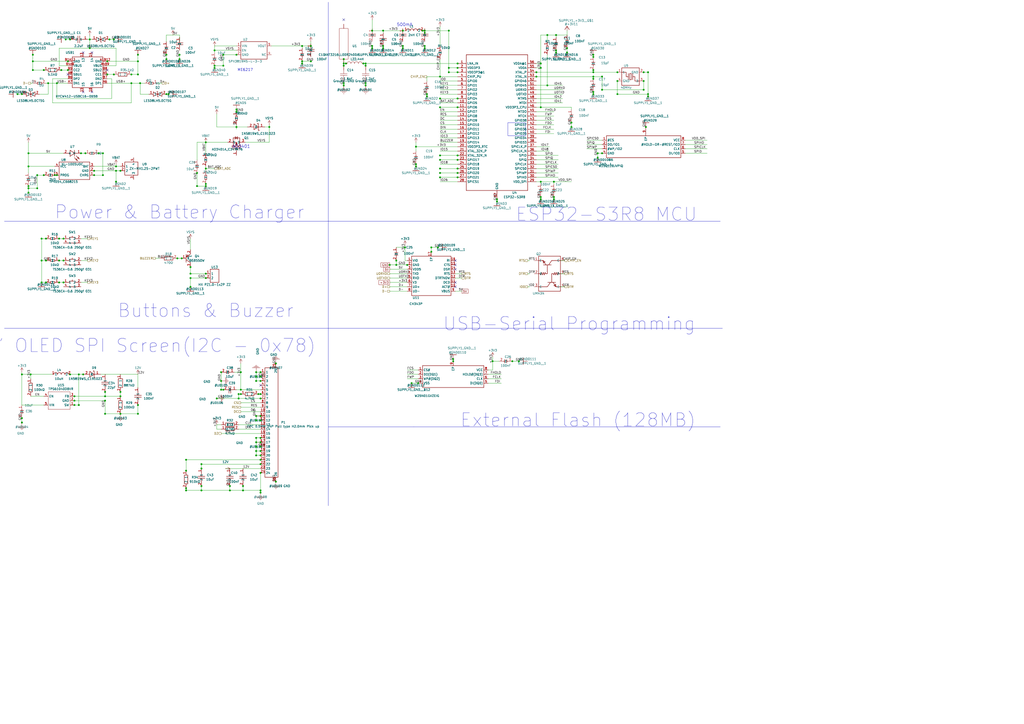
<source format=kicad_sch>
(kicad_sch (version 20241229) (generator "convert_easyeda_to_kicad") (generator_version "0.2")
  (paper "A2")
  (title_block (title "P1"))
  (junction (at 38.1 22.86))
  (junction (at 46.99 88.9))
  (junction (at 238.76 222.25))
  (junction (at 39.37 40.64))
  (junction (at 27.94 48.26))
  (junction (at 300.99 209.55))
  (junction (at 255.27 97.79))
  (junction (at 151.13 228.6))
  (junction (at 222.25 27.94))
  (junction (at 247.65 55.88))
  (junction (at 19.05 31.75))
  (junction (at 349.25 88.9))
  (junction (at 116.84 281.94))
  (junction (at 260.35 17.78))
  (junction (at 265.43 57.15))
  (junction (at 128.27 226.06))
  (junction (at 151.13 261.62))
  (junction (at 229.87 151.13))
  (junction (at 148.59 220.98))
  (junction (at 119.38 161.29))
  (junction (at 156.21 73.66))
  (junction (at 59.69 101.6))
  (junction (at 148.59 254))
  (junction (at 80.01 35.56))
  (junction (at 212.09 48.26))
  (junction (at 246.38 27.94))
  (junction (at 160.02 279.4))
  (junction (at 265.43 36.83))
  (junction (at 119.38 107.95))
  (junction (at 151.13 241.3))
  (junction (at 40.64 22.86))
  (junction (at 49.53 88.9))
  (junction (at 255.27 62.23))
  (junction (at 331.47 73.66))
  (junction (at 124.46 39.37))
  (junction (at 322.58 29.21))
  (junction (at 151.13 274.32))
  (junction (at 317.5 49.53))
  (junction (at 54.61 101.6))
  (junction (at 226.06 153.67))
  (junction (at 76.2 43.18))
  (junction (at 233.68 17.78))
  (junction (at 234.95 143.51))
  (junction (at 373.38 52.07))
  (junction (at 175.26 35.56))
  (junction (at 12.7 242.57))
  (junction (at 57.15 88.9))
  (junction (at 60.96 240.03))
  (junction (at 69.85 229.87))
  (junction (at 255.27 90.17))
  (junction (at 114.3 107.95))
  (junction (at 151.13 220.98))
  (junction (at 125.73 231.14))
  (junction (at 344.17 41.91))
  (junction (at 160.02 210.82))
  (junction (at 265.43 97.79))
  (junction (at 96.52 31.75))
  (junction (at 107.95 284.48))
  (junction (at 313.69 105.41))
  (junction (at 250.19 143.51))
  (junction (at 151.13 254))
  (junction (at 35.56 40.64))
  (junction (at 63.5 22.86))
  (junction (at 222.25 26.67))
  (junction (at 247.65 54.61))
  (junction (at 297.18 209.55))
  (junction (at 321.31 105.41))
  (junction (at 12.7 54.61))
  (junction (at 200.66 36.83))
  (junction (at 137.16 73.66))
  (junction (at 104.14 31.75))
  (junction (at 33.02 48.26))
  (junction (at 67.31 99.06))
  (junction (at 313.69 36.83))
  (junction (at 236.22 153.67))
  (junction (at 255.27 102.87))
  (junction (at 241.3 85.09))
  (junction (at 344.17 54.61))
  (junction (at 26.67 138.43))
  (junction (at 102.87 149.86))
  (junction (at 43.18 229.87))
  (junction (at 265.43 62.23))
  (junction (at 151.13 266.7))
  (junction (at 246.38 26.67))
  (junction (at 119.38 106.68))
  (junction (at 328.93 30.48))
  (junction (at 124.46 38.1))
  (junction (at 60.96 232.41))
  (junction (at 34.29 138.43))
  (junction (at 114.3 100.33))
  (junction (at 148.59 259.08))
  (junction (at 66.04 22.86))
  (junction (at 265.43 90.17))
  (junction (at 149.86 228.6))
  (junction (at 25.4 40.64))
  (junction (at 265.43 41.91))
  (junction (at 199.39 38.1))
  (junction (at 26.67 151.13))
  (junction (at 40.64 217.17))
  (junction (at 344.17 40.64))
  (junction (at 107.95 283.21))
  (junction (at 119.38 97.79))
  (junction (at 76.2 48.26))
  (junction (at 139.7 215.9))
  (junction (at 105.41 149.86))
  (junction (at 180.34 35.56))
  (junction (at 210.82 36.83))
  (junction (at 215.9 27.94))
  (junction (at 260.35 41.91))
  (junction (at 34.29 151.13))
  (junction (at 16.51 111.76))
  (junction (at 151.13 285.75))
  (junction (at 25.4 101.6))
  (junction (at 265.43 102.87))
  (junction (at 97.79 54.61))
  (junction (at 36.83 138.43))
  (junction (at 151.13 259.08))
  (junction (at 60.96 229.87))
  (junction (at 246.38 19.05))
  (junction (at 26.67 163.83))
  (junction (at 24.13 138.43))
  (junction (at 148.59 218.44))
  (junction (at 140.97 284.48))
  (junction (at 133.35 284.48))
  (junction (at 138.43 231.14))
  (junction (at 119.38 158.75))
  (junction (at 344.17 53.34))
  (junction (at 288.29 116.84))
  (junction (at 19.05 35.56))
  (junction (at 139.7 228.6))
  (junction (at 33.02 101.6))
  (junction (at 21.59 109.22))
  (junction (at 322.58 20.32))
  (junction (at 34.29 163.83))
  (junction (at 129.54 31.75))
  (junction (at 175.26 26.67))
  (junction (at 331.47 71.12))
  (junction (at 43.18 234.95))
  (junction (at 36.83 151.13))
  (junction (at 45.72 217.17))
  (junction (at 344.17 33.02))
  (junction (at 54.61 99.06))
  (junction (at 24.13 151.13))
  (junction (at 66.04 43.18))
  (junction (at 129.54 38.1))
  (junction (at 317.5 20.32))
  (junction (at 311.15 44.45))
  (junction (at 137.16 31.75))
  (junction (at 241.3 96.52))
  (junction (at 346.71 91.44))
  (junction (at 242.57 222.25))
  (junction (at 199.39 36.83))
  (junction (at 67.31 105.41))
  (junction (at 110.49 154.94))
  (junction (at 151.13 218.44))
  (junction (at 69.85 227.33))
  (junction (at 148.59 264.16))
  (junction (at 137.16 64.77))
  (junction (at 148.59 215.9))
  (junction (at 80.01 234.95))
  (junction (at 222.25 17.78))
  (junction (at 116.84 271.78))
  (junction (at 128.27 215.9))
  (junction (at 349.25 52.07))
  (junction (at 358.14 41.91))
  (junction (at 374.65 73.66))
  (junction (at 215.9 26.67))
  (junction (at 16.51 88.9))
  (junction (at 110.49 161.29))
  (junction (at 36.83 163.83))
  (junction (at 81.28 48.26))
  (junction (at 151.13 284.48))
  (junction (at 344.17 45.72))
  (junction (at 233.68 27.94))
  (junction (at 24.13 163.83))
  (junction (at 21.59 101.6))
  (junction (at 148.59 243.84))
  (junction (at 212.09 38.1))
  (junction (at 69.85 99.06))
  (junction (at 48.26 217.17))
  (junction (at 199.39 49.53))
  (junction (at 67.31 96.52))
  (junction (at 246.38 17.78))
  (junction (at 52.07 22.86))
  (junction (at 69.85 240.03))
  (junction (at 255.27 100.33))
  (junction (at 151.13 231.14))
  (junction (at 313.69 115.57))
  (junction (at 288.29 115.57))
  (junction (at 124.46 29.21))
  (junction (at 116.84 284.48))
  (junction (at 80.01 31.75))
  (junction (at 151.13 264.16))
  (junction (at 119.38 82.55))
  (junction (at 229.87 153.67))
  (junction (at 358.14 54.61))
  (junction (at 313.69 62.23))
  (junction (at 328.93 27.94))
  (junction (at 373.38 41.91))
  (junction (at 321.31 115.57))
  (junction (at 375.92 55.88))
  (junction (at 19.05 40.64))
  (junction (at 148.59 256.54))
  (junction (at 16.51 96.52))
  (junction (at 344.17 31.75))
  (junction (at 265.43 39.37))
  (junction (at 180.34 26.67))
  (junction (at 59.69 88.9))
  (junction (at 62.23 43.18))
  (junction (at 241.3 95.25))
  (junction (at 349.25 44.45))
  (junction (at 151.13 243.84))
  (junction (at 96.52 54.61))
  (junction (at 129.54 226.06))
  (junction (at 137.16 63.5))
  (junction (at 31.75 101.6))
  (junction (at 262.89 209.55))
  (junction (at 39.37 35.56))
  (junction (at 12.7 245.11))
  (junction (at 260.35 39.37))
  (junction (at 255.27 92.71))
  (junction (at 16.51 109.22))
  (junction (at 344.17 44.45))
  (junction (at 375.92 41.91))
  (junction (at 265.43 100.33))
  (junction (at 233.68 26.67))
  (junction (at 96.52 34.29))
  (junction (at 80.01 240.03))
  (junction (at 255.27 44.45))
  (junction (at 128.27 220.98))
  (junction (at 212.09 36.83))
  (junction (at 250.19 146.05))
  (junction (at 60.96 227.33))
  (junction (at 199.39 48.26))
  (junction (at 151.13 256.54))
  (junction (at 138.43 228.6))
  (junction (at 358.14 46.99))
  (junction (at 140.97 281.94))
  (junction (at 133.35 281.94))
  (junction (at 110.49 166.37))
  (junction (at 45.72 234.95))
  (junction (at 313.69 114.3))
  (junction (at 139.7 226.06))
  (junction (at 104.14 34.29))
  (junction (at 10.16 54.61))
  (junction (at 107.95 266.7))
  (junction (at 313.69 39.37))
  (junction (at 52.07 27.94))
  (junction (at 62.23 35.56))
  (junction (at 321.31 114.3))
  (junction (at 255.27 57.15))
  (junction (at 375.92 54.61))
  (junction (at 43.18 232.41))
  (junction (at 212.09 49.53))
  (junction (at 151.13 269.24))
  (junction (at 107.95 273.05))
  (junction (at 311.15 41.91))
  (junction (at 373.38 46.99))
  (junction (at 346.71 88.9))
  (junction (at 199.39 34.29))
  (junction (at 285.75 209.55))
  (junction (at 17.78 217.17))
  (junction (at 215.9 17.78))
  (junction (at 148.59 261.62))
  (junction (at 80.01 43.18))
  (junction (at 322.58 30.48))
  (junction (at 245.11 17.78))
  (junction (at 151.13 215.9))
  (junction (at 265.43 92.71))
  (junction (at 116.84 269.24))
  (junction (at 262.89 208.28))
  (junction (at 175.26 36.83))
  (junction (at 110.49 158.75))
  (junction (at 16.51 107.95))
  (junction (at 12.7 217.17))
  (junction (at 254 143.51))
  (junction (at 148.59 241.3))
  (wire (pts (xy 288.29 115.57) (xy 288.29 116.84)))
  (wire (pts (xy 233.68 26.67) (xy 233.68 27.94)))
  (wire (pts (xy 246.38 26.67) (xy 246.38 27.94)))
  (wire (pts (xy 215.9 26.67) (xy 215.9 27.94)))
  (wire (pts (xy 222.25 26.67) (xy 222.25 27.94)))
  (wire (pts (xy 322.58 29.21) (xy 322.58 30.48)))
  (wire (pts (xy 328.93 30.48) (xy 328.93 27.94)))
  (wire (pts (xy 247.65 54.61) (xy 247.65 55.88)))
  (wire (pts (xy 241.3 96.52) (xy 241.3 95.25)))
  (wire (pts (xy 313.69 114.3) (xy 313.69 115.57)))
  (wire (pts (xy 321.31 114.3) (xy 321.31 115.57)))
  (wire (pts (xy 331.47 73.66) (xy 331.47 71.12)))
  (wire (pts (xy 346.71 88.9) (xy 346.71 91.44)))
  (wire (pts (xy 349.25 88.9) (xy 346.71 88.9)))
  (wire (pts (xy 344.17 33.02) (xy 344.17 31.75)))
  (wire (pts (xy 344.17 53.34) (xy 344.17 54.61)))
  (wire (pts (xy 255.27 15.24) (xy 255.27 26.67)))
  (wire (pts (xy 234.95 17.78) (xy 233.68 17.78)))
  (wire (pts (xy 233.68 17.78) (xy 222.25 17.78)))
  (wire (pts (xy 222.25 17.78) (xy 215.9 17.78)))
  (wire (pts (xy 215.9 17.78) (xy 215.9 19.05)))
  (wire (pts (xy 215.9 17.78) (xy 215.9 11.43)))
  (wire (pts (xy 222.25 17.78) (xy 222.25 19.05)))
  (wire (pts (xy 233.68 17.78) (xy 233.68 19.05)))
  (wire (pts (xy 241.3 85.09) (xy 241.3 82.55)))
  (wire (pts (xy 265.43 85.09) (xy 241.3 85.09)))
  (wire (pts (xy 241.3 85.09) (xy 241.3 87.63)))
  (wire (pts (xy 313.69 20.32) (xy 313.69 36.83)))
  (wire (pts (xy 317.5 20.32) (xy 313.69 20.32)))
  (wire (pts (xy 322.58 20.32) (xy 317.5 20.32)))
  (wire (pts (xy 322.58 20.32) (xy 322.58 21.59)))
  (wire (pts (xy 328.93 20.32) (xy 322.58 20.32)))
  (wire (pts (xy 328.93 20.32) (xy 328.93 17.78)))
  (wire (pts (xy 317.5 20.32) (xy 317.5 24.13)))
  (wire (pts (xy 313.69 36.83) (xy 311.15 36.83)))
  (wire (pts (xy 313.69 36.83) (xy 313.69 39.37)))
  (wire (pts (xy 313.69 39.37) (xy 311.15 39.37)))
  (wire (pts (xy 313.69 39.37) (xy 313.69 62.23)))
  (wire (pts (xy 313.69 62.23) (xy 311.15 62.23)))
  (wire (pts (xy 313.69 62.23) (xy 331.47 62.23)))
  (wire (pts (xy 331.47 62.23) (xy 331.47 63.5)))
  (wire (pts (xy 255.27 49.53) (xy 265.43 49.53)))
  (wire (pts (xy 255.27 46.99) (xy 265.43 46.99)))
  (wire (pts (xy 321.31 67.31) (xy 311.15 67.31)))
  (wire (pts (xy 321.31 69.85) (xy 311.15 69.85)))
  (wire (pts (xy 255.27 95.25) (xy 265.43 95.25)))
  (wire (pts (xy 255.27 92.71) (xy 265.43 92.71)))
  (wire (pts (xy 255.27 52.07) (xy 265.43 52.07)))
  (wire (pts (xy 326.39 57.15) (xy 311.15 57.15)))
  (wire (pts (xy 326.39 59.69) (xy 311.15 59.69)))
  (wire (pts (xy 321.31 64.77) (xy 311.15 64.77)))
  (wire (pts (xy 311.15 49.53) (xy 317.5 49.53)))
  (wire (pts (xy 317.5 49.53) (xy 317.5 31.75)))
  (wire (pts (xy 326.39 49.53) (xy 317.5 49.53)))
  (wire (pts (xy 212.09 36.83) (xy 212.09 38.1)))
  (wire (pts (xy 212.09 36.83) (xy 210.82 36.83)))
  (wire (pts (xy 212.09 36.83) (xy 265.43 36.83)))
  (wire (pts (xy 260.35 41.91) (xy 265.43 41.91)))
  (wire (pts (xy 260.35 17.78) (xy 260.35 39.37)))
  (wire (pts (xy 246.38 19.05) (xy 246.38 17.78)))
  (wire (pts (xy 246.38 17.78) (xy 245.11 17.78)))
  (wire (pts (xy 246.38 17.78) (xy 260.35 17.78)))
  (wire (pts (xy 260.35 39.37) (xy 260.35 41.91)))
  (wire (pts (xy 260.35 39.37) (xy 265.43 39.37)))
  (wire (pts (xy 247.65 46.99) (xy 247.65 44.45)))
  (wire (pts (xy 247.65 44.45) (xy 255.27 44.45)))
  (wire (pts (xy 265.43 44.45) (xy 255.27 44.45)))
  (wire (pts (xy 255.27 44.45) (xy 255.27 34.29)))
  (wire (pts (xy 313.69 106.68) (xy 313.69 105.41)))
  (wire (pts (xy 313.69 105.41) (xy 311.15 105.41)))
  (wire (pts (xy 321.31 106.68) (xy 321.31 105.41)))
  (wire (pts (xy 321.31 105.41) (xy 313.69 105.41)))
  (wire (pts (xy 331.47 105.41) (xy 321.31 105.41)))
  (wire (pts (xy 410.21 81.28) (xy 397.51 81.28)))
  (wire (pts (xy 344.17 40.64) (xy 344.17 41.91)))
  (wire (pts (xy 311.15 41.91) (xy 344.17 41.91)))
  (wire (pts (xy 358.14 41.91) (xy 344.17 41.91)))
  (wire (pts (xy 349.25 81.28) (xy 340.36 81.28)))
  (wire (pts (xy 323.85 97.79) (xy 311.15 97.79)))
  (wire (pts (xy 340.36 83.82) (xy 349.25 83.82)))
  (wire (pts (xy 311.15 92.71) (xy 323.85 92.71)))
  (wire (pts (xy 340.36 86.36) (xy 349.25 86.36)))
  (wire (pts (xy 311.15 100.33) (xy 323.85 100.33)))
  (wire (pts (xy 410.21 83.82) (xy 397.51 83.82)))
  (wire (pts (xy 311.15 102.87) (xy 323.85 102.87)))
  (wire (pts (xy 410.21 86.36) (xy 397.51 86.36)))
  (wire (pts (xy 311.15 95.25) (xy 323.85 95.25)))
  (wire (pts (xy 410.21 88.9) (xy 397.51 88.9)))
  (wire (pts (xy 323.85 90.17) (xy 311.15 90.17)))
  (wire (pts (xy 255.27 54.61) (xy 265.43 54.61)))
  (wire (pts (xy 255.27 72.39) (xy 265.43 72.39)))
  (wire (pts (xy 255.27 105.41) (xy 265.43 105.41)))
  (wire (pts (xy 326.39 52.07) (xy 311.15 52.07)))
  (wire (pts (xy 318.77 85.09) (xy 311.15 85.09)))
  (wire (pts (xy 373.38 46.99) (xy 373.38 52.07)))
  (wire (pts (xy 349.25 52.07) (xy 373.38 52.07)))
  (wire (pts (xy 349.25 52.07) (xy 349.25 44.45)))
  (wire (pts (xy 344.17 44.45) (xy 344.17 45.72)))
  (wire (pts (xy 344.17 44.45) (xy 311.15 44.45)))
  (wire (pts (xy 344.17 44.45) (xy 349.25 44.45)))
  (wire (pts (xy 255.27 90.17) (xy 265.43 90.17)))
  (wire (pts (xy 255.27 102.87) (xy 265.43 102.87)))
  (wire (pts (xy 255.27 80.01) (xy 265.43 80.01)))
  (wire (pts (xy 255.27 82.55) (xy 265.43 82.55)))
  (wire (pts (xy 255.27 87.63) (xy 265.43 87.63)))
  (wire (pts (xy 255.27 74.93) (xy 265.43 74.93)))
  (wire (pts (xy 265.43 77.47) (xy 255.27 77.47)))
  (wire (pts (xy 255.27 97.79) (xy 265.43 97.79)))
  (wire (pts (xy 255.27 100.33) (xy 265.43 100.33)))
  (wire (pts (xy 265.43 69.85) (xy 255.27 69.85)))
  (wire (pts (xy 104.14 31.75) (xy 104.14 34.29)))
  (wire (pts (xy 66.04 22.86) (xy 63.5 22.86)))
  (wire (pts (xy 38.1 22.86) (xy 40.64 22.86)))
  (wire (pts (xy 91.44 48.26) (xy 93.98 48.26)))
  (wire (pts (xy 19.05 48.26) (xy 17.78 48.26)))
  (wire (pts (xy 137.16 63.5) (xy 137.16 64.77)))
  (wire (pts (xy 114.3 100.33) (xy 114.3 107.95)))
  (wire (pts (xy 114.3 107.95) (xy 119.38 107.95)))
  (wire (pts (xy 119.38 106.68) (xy 119.38 107.95)))
  (wire (pts (xy 137.16 73.66) (xy 143.51 73.66)))
  (wire (pts (xy 137.16 72.39) (xy 137.16 73.66)))
  (wire (pts (xy 137.16 74.93) (xy 137.16 73.66)))
  (wire (pts (xy 125.73 73.66) (xy 137.16 73.66)))
  (wire (pts (xy 125.73 66.04) (xy 125.73 73.66)))
  (wire (pts (xy 119.38 97.79) (xy 119.38 96.52)))
  (wire (pts (xy 119.38 99.06) (xy 119.38 97.79)))
  (wire (pts (xy 119.38 97.79) (xy 124.46 97.79)))
  (wire (pts (xy 114.3 92.71) (xy 114.3 82.55)))
  (wire (pts (xy 114.3 82.55) (xy 119.38 82.55)))
  (wire (pts (xy 119.38 88.9) (xy 119.38 82.55)))
  (wire (pts (xy 132.08 82.55) (xy 119.38 82.55)))
  (wire (pts (xy 142.24 82.55) (xy 156.21 82.55)))
  (wire (pts (xy 156.21 73.66) (xy 156.21 82.55)))
  (wire (pts (xy 156.21 73.66) (xy 156.21 72.39)))
  (wire (pts (xy 153.67 73.66) (xy 156.21 73.66)))
  (wire (pts (xy 96.52 31.75) (xy 96.52 34.29)))
  (wire (pts (xy 104.14 20.32) (xy 100.33 20.32)))
  (wire (pts (xy 104.14 24.13) (xy 104.14 20.32)))
  (wire (pts (xy 96.52 20.32) (xy 100.33 20.32)))
  (wire (pts (xy 96.52 24.13) (xy 96.52 20.32)))
  (wire (pts (xy 31.75 96.52) (xy 16.51 96.52)))
  (wire (pts (xy 16.51 96.52) (xy 16.51 100.33)))
  (wire (pts (xy 16.51 96.52) (xy 16.51 88.9)))
  (wire (pts (xy 16.51 82.55) (xy 16.51 88.9)))
  (wire (pts (xy 36.83 88.9) (xy 16.51 88.9)))
  (wire (pts (xy 16.51 107.95) (xy 16.51 109.22)))
  (wire (pts (xy 16.51 109.22) (xy 21.59 109.22)))
  (wire (pts (xy 21.59 101.6) (xy 21.59 109.22)))
  (wire (pts (xy 25.4 101.6) (xy 21.59 101.6)))
  (wire (pts (xy 16.51 111.76) (xy 16.51 109.22)))
  (wire (pts (xy 67.31 96.52) (xy 54.61 96.52)))
  (wire (pts (xy 67.31 95.25) (xy 67.31 96.52)))
  (wire (pts (xy 69.85 96.52) (xy 67.31 96.52)))
  (wire (pts (xy 49.53 88.9) (xy 46.99 88.9)))
  (wire (pts (xy 54.61 101.6) (xy 59.69 101.6)))
  (wire (pts (xy 59.69 101.6) (xy 59.69 88.9)))
  (wire (pts (xy 57.15 88.9) (xy 59.69 88.9)))
  (wire (pts (xy 33.02 101.6) (xy 31.75 101.6)))
  (wire (pts (xy 318.77 87.63) (xy 311.15 87.63)))
  (wire (pts (xy 326.39 54.61) (xy 311.15 54.61)))
  (wire (pts (xy 265.43 67.31) (xy 255.27 67.31)))
  (wire (pts (xy 236.22 151.13) (xy 234.95 151.13)))
  (wire (pts (xy 234.95 143.51) (xy 234.95 151.13)))
  (wire (pts (xy 234.95 143.51) (xy 229.87 143.51)))
  (wire (pts (xy 234.95 143.51) (xy 234.95 142.24)))
  (wire (pts (xy 229.87 153.67) (xy 236.22 153.67)))
  (wire (pts (xy 229.87 153.67) (xy 229.87 151.13)))
  (wire (pts (xy 229.87 153.67) (xy 226.06 153.67)))
  (wire (pts (xy 226.06 156.21) (xy 236.22 156.21)))
  (wire (pts (xy 226.06 158.75) (xy 236.22 158.75)))
  (wire (pts (xy 226.06 161.29) (xy 236.22 161.29)))
  (wire (pts (xy 226.06 163.83) (xy 236.22 163.83)))
  (wire (pts (xy 226.06 166.37) (xy 236.22 166.37)))
  (wire (pts (xy 226.06 168.91) (xy 236.22 168.91)))
  (wire (pts (xy 264.16 158.75) (xy 267.97 158.75)))
  (wire (pts (xy 264.16 161.29) (xy 267.97 161.29)))
  (wire (pts (xy 264.16 168.91) (xy 267.97 168.91)))
  (wire (pts (xy 250.19 143.51) (xy 254 143.51)))
  (wire (pts (xy 250.19 146.05) (xy 250.19 143.51)))
  (wire (pts (xy 34.29 138.43) (xy 36.83 138.43)))
  (wire (pts (xy 34.29 151.13) (xy 36.83 151.13)))
  (wire (pts (xy 34.29 163.83) (xy 36.83 163.83)))
  (wire (pts (xy 26.67 163.83) (xy 24.13 163.83)))
  (wire (pts (xy 24.13 163.83) (xy 24.13 151.13)))
  (wire (pts (xy 26.67 151.13) (xy 24.13 151.13)))
  (wire (pts (xy 24.13 138.43) (xy 24.13 151.13)))
  (wire (pts (xy 24.13 138.43) (xy 26.67 138.43)))
  (wire (pts (xy 46.99 138.43) (xy 50.8 138.43)))
  (wire (pts (xy 46.99 151.13) (xy 50.8 151.13)))
  (wire (pts (xy 46.99 163.83) (xy 50.8 163.83)))
  (wire (pts (xy 255.27 57.15) (xy 265.43 57.15)))
  (wire (pts (xy 255.27 59.69) (xy 265.43 59.69)))
  (wire (pts (xy 255.27 62.23) (xy 265.43 62.23)))
  (wire (pts (xy 110.49 138.43) (xy 110.49 144.78)))
  (wire (pts (xy 92.71 149.86) (xy 90.17 149.86)))
  (wire (pts (xy 102.87 149.86) (xy 105.41 149.86)))
  (wire (pts (xy 119.38 158.75) (xy 110.49 158.75)))
  (wire (pts (xy 110.49 158.75) (xy 110.49 154.94)))
  (wire (pts (xy 110.49 161.29) (xy 110.49 166.37)))
  (wire (pts (xy 119.38 161.29) (xy 110.49 161.29)))
  (wire (pts (xy 321.31 77.47) (xy 311.15 77.47)))
  (wire (pts (xy 321.31 74.93) (xy 311.15 74.93)))
  (wire (pts (xy 321.31 72.39) (xy 311.15 72.39)))
  (wire (pts (xy 236.22 214.63) (xy 242.57 214.63)))
  (wire (pts (xy 236.22 217.17) (xy 242.57 217.17)))
  (wire (pts (xy 236.22 219.71) (xy 242.57 219.71)))
  (wire (pts (xy 238.76 222.25) (xy 242.57 222.25)))
  (wire (pts (xy 290.83 222.25) (xy 283.21 222.25)))
  (wire (pts (xy 290.83 219.71) (xy 283.21 219.71)))
  (wire (pts (xy 290.83 217.17) (xy 283.21 217.17)))
  (wire (pts (xy 265.43 64.77) (xy 255.27 64.77)))
  (wire (pts (xy 306.07 158.75) (xy 307.34 158.75)))
  (wire (pts (xy 325.12 158.75) (xy 327.66 158.75)))
  (wire (pts (xy 306.07 151.13) (xy 307.34 151.13)))
  (wire (pts (xy 327.66 151.13) (xy 325.12 151.13)))
  (wire (pts (xy 306.07 166.37) (xy 307.34 166.37)))
  (wire (pts (xy 327.66 166.37) (xy 325.12 166.37)))
  (wire (pts (xy 262.89 208.28) (xy 262.89 209.55)))
  (wire (pts (xy 285.75 214.63) (xy 283.21 214.63)))
  (wire (pts (xy 285.75 209.55) (xy 285.75 214.63)))
  (wire (pts (xy 285.75 209.55) (xy 289.56 209.55)))
  (wire (pts (xy 285.75 209.55) (xy 285.75 207.01)))
  (wire (pts (xy 300.99 209.55) (xy 297.18 209.55)))
  (wire (pts (xy 124.46 26.67) (xy 137.16 26.67)))
  (wire (pts (xy 124.46 26.67) (xy 124.46 29.21)))
  (wire (pts (xy 124.46 29.21) (xy 124.46 30.48)))
  (wire (pts (xy 124.46 29.21) (xy 137.16 29.21)))
  (wire (pts (xy 175.26 26.67) (xy 157.48 26.67)))
  (wire (pts (xy 175.26 26.67) (xy 175.26 27.94)))
  (wire (pts (xy 180.34 26.67) (xy 175.26 26.67)))
  (wire (pts (xy 180.34 26.67) (xy 180.34 24.13)))
  (wire (pts (xy 180.34 26.67) (xy 180.34 27.94)))
  (wire (pts (xy 129.54 31.75) (xy 137.16 31.75)))
  (wire (pts (xy 129.54 31.75) (xy 129.54 38.1)))
  (wire (pts (xy 129.54 38.1) (xy 124.46 38.1)))
  (wire (pts (xy 124.46 38.1) (xy 124.46 39.37)))
  (wire (pts (xy 175.26 36.83) (xy 175.26 35.56)))
  (wire (pts (xy 175.26 35.56) (xy 180.34 35.56)))
  (wire (pts (xy 212.09 48.26) (xy 212.09 49.53)))
  (wire (pts (xy 199.39 49.53) (xy 199.39 48.26)))
  (wire (pts (xy 199.39 36.83) (xy 199.39 38.1)))
  (wire (pts (xy 199.39 34.29) (xy 199.39 36.83)))
  (wire (pts (xy 199.39 36.83) (xy 200.66 36.83)))
  (wire (pts (xy 373.38 41.91) (xy 375.92 41.91)))
  (wire (pts (xy 375.92 41.91) (xy 375.92 54.61)))
  (wire (pts (xy 375.92 54.61) (xy 358.14 54.61)))
  (wire (pts (xy 358.14 46.99) (xy 358.14 54.61)))
  (wire (pts (xy 375.92 55.88) (xy 375.92 54.61)))
  (wire (pts (xy 67.31 99.06) (xy 54.61 99.06)))
  (wire (pts (xy 67.31 99.06) (xy 67.31 105.41)))
  (wire (pts (xy 69.85 99.06) (xy 67.31 99.06)))
  (wire (pts (xy 35.56 40.64) (xy 39.37 40.64)))
  (wire (pts (xy 62.23 43.18) (xy 66.04 43.18)))
  (wire (pts (xy 80.01 35.56) (xy 80.01 31.75)))
  (wire (pts (xy 80.01 35.56) (xy 62.23 35.56)))
  (wire (pts (xy 80.01 35.56) (xy 80.01 43.18)))
  (wire (pts (xy 80.01 43.18) (xy 76.2 43.18)))
  (wire (pts (xy 19.05 31.75) (xy 19.05 35.56)))
  (wire (pts (xy 19.05 35.56) (xy 39.37 35.56)))
  (wire (pts (xy 19.05 35.56) (xy 19.05 40.64)))
  (wire (pts (xy 19.05 40.64) (xy 25.4 40.64)))
  (wire (pts (xy 52.07 22.86) (xy 52.07 20.32)))
  (wire (pts (xy 52.07 22.86) (xy 50.8 22.86)))
  (wire (pts (xy 53.34 22.86) (xy 52.07 22.86)))
  (wire (pts (xy 52.07 22.86) (xy 52.07 27.94)))
  (wire (pts (xy 67.31 27.94) (xy 52.07 27.94)))
  (wire (pts (xy 67.31 38.1) (xy 67.31 27.94)))
  (wire (pts (xy 62.23 38.1) (xy 67.31 38.1)))
  (wire (pts (xy 34.29 27.94) (xy 52.07 27.94)))
  (wire (pts (xy 34.29 27.94) (xy 34.29 38.1)))
  (wire (pts (xy 34.29 38.1) (xy 39.37 38.1)))
  (wire (pts (xy 39.37 48.26) (xy 33.02 48.26)))
  (wire (pts (xy 33.02 48.26) (xy 33.02 57.15)))
  (wire (pts (xy 33.02 57.15) (xy 64.77 57.15)))
  (wire (pts (xy 64.77 57.15) (xy 64.77 45.72)))
  (wire (pts (xy 64.77 45.72) (xy 62.23 45.72)))
  (wire (pts (xy 33.02 48.26) (xy 27.94 48.26)))
  (wire (pts (xy 27.94 54.61) (xy 27.94 48.26)))
  (wire (pts (xy 22.86 54.61) (xy 27.94 54.61)))
  (wire (pts (xy 26.67 48.26) (xy 27.94 48.26)))
  (wire (pts (xy 62.23 48.26) (xy 76.2 48.26)))
  (wire (pts (xy 76.2 59.69) (xy 76.2 48.26)))
  (wire (pts (xy 30.48 45.72) (xy 30.48 59.69)))
  (wire (pts (xy 30.48 45.72) (xy 39.37 45.72)))
  (wire (pts (xy 76.2 48.26) (xy 81.28 48.26)))
  (wire (pts (xy 81.28 54.61) (xy 81.28 48.26)))
  (wire (pts (xy 86.36 54.61) (xy 81.28 54.61)))
  (wire (pts (xy 83.82 48.26) (xy 81.28 48.26)))
  (wire (pts (xy 30.48 59.69) (xy 76.2 59.69)))
  (wire (pts (xy 96.52 54.61) (xy 97.79 54.61)))
  (wire (pts (xy 12.7 54.61) (xy 10.16 54.61)))
  (wire (pts (xy 148.59 215.9) (xy 151.13 215.9)))
  (wire (pts (xy 148.59 215.9) (xy 148.59 218.44)))
  (wire (pts (xy 148.59 218.44) (xy 151.13 218.44)))
  (wire (pts (xy 148.59 218.44) (xy 148.59 220.98)))
  (wire (pts (xy 148.59 220.98) (xy 151.13 220.98)))
  (wire (pts (xy 139.7 226.06) (xy 151.13 226.06)))
  (wire (pts (xy 139.7 215.9) (xy 139.7 226.06)))
  (wire (pts (xy 139.7 215.9) (xy 135.89 215.9)))
  (wire (pts (xy 139.7 215.9) (xy 139.7 210.82)))
  (wire (pts (xy 137.16 226.06) (xy 139.7 226.06)))
  (wire (pts (xy 151.13 228.6) (xy 149.86 228.6)))
  (wire (pts (xy 139.7 236.22) (xy 151.13 236.22)))
  (wire (pts (xy 151.13 243.84) (xy 148.59 243.84)))
  (wire (pts (xy 148.59 243.84) (xy 148.59 241.3)))
  (wire (pts (xy 148.59 241.3) (xy 151.13 241.3)))
  (wire (pts (xy 151.13 246.38) (xy 138.43 246.38)))
  (wire (pts (xy 151.13 284.48) (xy 151.13 274.32)))
  (wire (pts (xy 140.97 284.48) (xy 151.13 284.48)))
  (wire (pts (xy 140.97 284.48) (xy 140.97 281.94)))
  (wire (pts (xy 140.97 284.48) (xy 133.35 284.48)))
  (wire (pts (xy 133.35 281.94) (xy 133.35 284.48)))
  (wire (pts (xy 133.35 284.48) (xy 116.84 284.48)))
  (wire (pts (xy 116.84 284.48) (xy 116.84 281.94)))
  (wire (pts (xy 116.84 284.48) (xy 107.95 284.48)))
  (wire (pts (xy 107.95 284.48) (xy 107.95 283.21)))
  (wire (pts (xy 151.13 285.75) (xy 151.13 284.48)))
  (wire (pts (xy 128.27 220.98) (xy 128.27 226.06)))
  (wire (pts (xy 128.27 215.9) (xy 128.27 220.98)))
  (wire (pts (xy 128.27 226.06) (xy 129.54 226.06)))
  (wire (pts (xy 45.72 234.95) (xy 43.18 234.95)))
  (wire (pts (xy 45.72 217.17) (xy 45.72 234.95)))
  (wire (pts (xy 45.72 217.17) (xy 40.64 217.17)))
  (wire (pts (xy 48.26 217.17) (xy 45.72 217.17)))
  (wire (pts (xy 60.96 232.41) (xy 43.18 232.41)))
  (wire (pts (xy 60.96 232.41) (xy 60.96 240.03)))
  (wire (pts (xy 69.85 240.03) (xy 60.96 240.03)))
  (wire (pts (xy 80.01 240.03) (xy 69.85 240.03)))
  (wire (pts (xy 80.01 234.95) (xy 80.01 240.03)))
  (wire (pts (xy 60.96 229.87) (xy 43.18 229.87)))
  (wire (pts (xy 69.85 229.87) (xy 60.96 229.87)))
  (wire (pts (xy 69.85 227.33) (xy 69.85 229.87)))
  (wire (pts (xy 60.96 227.33) (xy 60.96 229.87)))
  (wire (pts (xy 80.01 217.17) (xy 80.01 224.79)))
  (wire (pts (xy 80.01 217.17) (xy 69.85 217.17)))
  (wire (pts (xy 60.96 217.17) (xy 69.85 217.17)))
  (wire (pts (xy 58.42 217.17) (xy 60.96 217.17)))
  (wire (pts (xy 133.35 271.78) (xy 140.97 271.78)))
  (wire (pts (xy 130.81 271.78) (xy 133.35 271.78)))
  (wire (pts (xy 140.97 271.78) (xy 151.13 271.78)))
  (wire (pts (xy 107.95 273.05) (xy 107.95 266.7)))
  (wire (pts (xy 151.13 266.7) (xy 107.95 266.7)))
  (wire (pts (xy 116.84 269.24) (xy 116.84 271.78)))
  (wire (pts (xy 151.13 269.24) (xy 116.84 269.24)))
  (wire (pts (xy 12.7 245.11) (xy 12.7 242.57)))
  (wire (pts (xy 25.4 229.87) (xy 17.78 229.87)))
  (wire (pts (xy 25.4 234.95) (xy 12.7 234.95)))
  (wire (pts (xy 12.7 234.95) (xy 12.7 217.17)))
  (wire (pts (xy 12.7 215.9) (xy 12.7 217.17)))
  (wire (pts (xy 12.7 217.17) (xy 17.78 217.17)))
  (wire (pts (xy 17.78 219.71) (xy 17.78 217.17)))
  (wire (pts (xy 30.48 217.17) (xy 17.78 217.17)))
  (wire (pts (xy 151.13 231.14) (xy 138.43 231.14)))
  (wire (pts (xy 138.43 231.14) (xy 138.43 228.6)))
  (wire (pts (xy 138.43 228.6) (xy 139.7 228.6)))
  (wire (pts (xy 125.73 231.14) (xy 138.43 231.14)))
  (wire (pts (xy 125.73 246.38) (xy 125.73 248.92)))
  (wire (pts (xy 128.27 246.38) (xy 125.73 246.38)))
  (wire (pts (xy 125.73 248.92) (xy 128.27 248.92)))
  (wire (pts (xy 148.59 254) (xy 151.13 254)))
  (wire (pts (xy 148.59 256.54) (xy 148.59 254)))
  (wire (pts (xy 148.59 256.54) (xy 151.13 256.54)))
  (wire (pts (xy 148.59 259.08) (xy 148.59 256.54)))
  (wire (pts (xy 148.59 259.08) (xy 151.13 259.08)))
  (wire (pts (xy 148.59 261.62) (xy 148.59 259.08)))
  (wire (pts (xy 148.59 264.16) (xy 148.59 261.62)))
  (wire (pts (xy 151.13 264.16) (xy 148.59 264.16)))
  (wire (pts (xy 148.59 261.62) (xy 151.13 261.62)))
  (wire (pts (xy 139.7 238.76) (xy 151.13 238.76)))
  (wire (pts (xy 139.7 233.68) (xy 151.13 233.68)))
  (wire (pts (xy 151.13 251.46) (xy 128.27 251.46)))
  (wire (pts (xy 138.43 248.92) (xy 151.13 248.92)))
  (symbol (lib_id "power:+3V3") (at 215.9 11.43 0) (unit 1) (in_bom no) (on_board no)
    (property "Reference" "#PWR01" (effects hide))
    (property "Value" "+3V3" (at 215.9 7.62 0))
  )
  (symbol (lib_id "power:+3V3") (at 255.27 15.24 0) (unit 1) (in_bom no) (on_board no)
    (property "Reference" "#PWR02" (effects hide))
    (property "Value" "+3V3" (at 255.27 11.43 0))
  )
  (symbol (lib_id "power:+3V3") (at 241.3 82.55 0) (unit 1) (in_bom no) (on_board no)
    (property "Reference" "#PWR03" (effects hide))
    (property "Value" "+3V3" (at 241.3 78.74 0))
  )
  (hierarchical_label "D+" (shape passive) (at 93.98 48.26 0))
  (hierarchical_label "D-" (shape passive) (at 17.78 48.26 180))
  (symbol (lib_id "power:VSYS") (at 124.46 26.67 0) (unit 1) (in_bom no) (on_board no)
    (property "Reference" "#PWR04" (effects hide))
    (property "Value" "VSYS" (at 124.46 22.86 0))
  )
  (symbol (lib_id "power:5V") (at 52.07 20.32 0) (unit 1) (in_bom no) (on_board no)
    (property "Reference" "#PWR05" (effects hide))
    (property "Value" "5V" (at 52.07 16.51 0))
  )
  (symbol (lib_id "power:5V") (at 100.33 20.32 0) (unit 1) (in_bom no) (on_board no)
    (property "Reference" "#PWR06" (effects hide))
    (property "Value" "5V" (at 100.33 16.51 0))
  )
  (symbol (lib_id "power:+3V3") (at 180.34 24.13 0) (unit 1) (in_bom no) (on_board no)
    (property "Reference" "#PWR07" (effects hide))
    (property "Value" "+3V3" (at 180.34 20.32 0))
  )
  (symbol (lib_id "power:5V") (at 125.73 66.04 0) (unit 1) (in_bom no) (on_board no)
    (property "Reference" "#PWR08" (effects hide))
    (property "Value" "5V" (at 125.73 62.23 0))
  )
  (hierarchical_label "BAT_ADC" (shape passive) (at 124.46 97.79 0))
  (symbol (lib_id "power:VSYS") (at 156.21 72.39 0) (unit 1) (in_bom no) (on_board no)
    (property "Reference" "#PWR09" (effects hide))
    (property "Value" "VSYS" (at 156.21 68.58 0))
  )
  (symbol (lib_id "power:5V") (at 16.51 82.55 0) (unit 1) (in_bom no) (on_board no)
    (property "Reference" "#PWR10" (effects hide))
    (property "Value" "5V" (at 16.51 78.74 0))
  )
  (symbol (lib_id "power:VBAT") (at 67.31 95.25 0) (unit 1) (in_bom no) (on_board no)
    (property "Reference" "#PWR11" (effects hide))
    (property "Value" "VBAT" (at 67.31 91.44 0))
  )
  (symbol (lib_id "power:VBAT") (at 119.38 82.55 0) (unit 1) (in_bom no) (on_board no)
    (property "Reference" "#PWR12" (effects hide))
    (property "Value" "VBAT" (at 119.38 78.74 0))
  )
  (symbol (lib_id "power:+3V3") (at 234.95 142.24 0) (unit 1) (in_bom no) (on_board no)
    (property "Reference" "#PWR13" (effects hide))
    (property "Value" "+3V3" (at 234.95 138.43 0))
  )
  (global_label "GND" (shape passive) (at 226.06 153.67 180))
  (global_label "5V" (shape passive) (at 226.06 156.21 180))
  (hierarchical_label "U0RXD" (shape passive) (at 226.06 158.75 180))
  (hierarchical_label "U0TXD" (shape passive) (at 226.06 161.29 180))
  (global_label "+3V3" (shape passive) (at 226.06 163.83 180))
  (hierarchical_label "D+" (shape passive) (at 226.06 166.37 180))
  (hierarchical_label "D-" (shape passive) (at 226.06 168.91 180))
  (global_label "5V" (shape passive) (at 267.97 168.91 0))
  (hierarchical_label "DTR" (shape passive) (at 267.97 161.29 0))
  (hierarchical_label "RTS" (shape passive) (at 267.97 158.75 0))
  (hierarchical_label "KEY1" (shape passive) (at 50.8 138.43 0))
  (hierarchical_label "KEY2" (shape passive) (at 50.8 151.13 0))
  (hierarchical_label "KEY3" (shape passive) (at 50.8 163.83 0))
  (symbol (lib_id "power:VSYS") (at 110.49 138.43 0) (unit 1) (in_bom no) (on_board no)
    (property "Reference" "#PWR14" (effects hide))
    (property "Value" "VSYS" (at 110.49 134.62 0))
  )
  (hierarchical_label "BUZZER" (shape passive) (at 90.17 149.86 180))
  (hierarchical_label "RTS" (shape passive) (at 306.07 151.13 180))
  (hierarchical_label "CHIP_EN" (shape passive) (at 327.66 151.13 0))
  (hierarchical_label "RTS" (shape passive) (at 327.66 158.75 0))
  (hierarchical_label "DTR" (shape passive) (at 306.07 158.75 180))
  (hierarchical_label "DTR" (shape passive) (at 327.66 166.37 0))
  (hierarchical_label "IO0" (shape passive) (at 306.07 166.37 180))
  (symbol (lib_id "power:+3V3") (at 285.75 207.01 0) (unit 1) (in_bom no) (on_board no)
    (property "Reference" "#PWR15" (effects hide))
    (property "Value" "+3V3" (at 285.75 203.2 0))
  )
  (symbol (lib_id "power:+3V3") (at 12.7 215.9 0) (unit 1) (in_bom no) (on_board no)
    (property "Reference" "#PWR16" (effects hide))
    (property "Value" "+3V3" (at 12.7 212.09 0))
  )
  (symbol (lib_id "power:12V") (at 80.01 217.17 0) (unit 1) (in_bom no) (on_board no)
    (property "Reference" "#PWR17" (effects hide))
    (property "Value" "12V" (at 80.01 213.36 0))
  )
  (symbol (lib_id "power:+3V3") (at 139.7 210.82 0) (unit 1) (in_bom no) (on_board no)
    (property "Reference" "#PWR18" (effects hide))
    (property "Value" "+3V3" (at 139.7 207.01 0))
  )
  (symbol (lib_id "power:12V") (at 130.81 271.78 270) (unit 1) (in_bom no) (on_board no)
    (property "Reference" "#PWR19" (effects hide))
    (property "Value" "12V" (at 130.81 267.97 90))
  )
  (hierarchical_label "RES" (shape passive) (at 139.7 236.22 180))
  (symbol (lib_id "power:+3V3") (at 125.73 246.38 0) (unit 1) (in_bom no) (on_board no)
    (property "Reference" "#PWR20" (effects hide))
    (property "Value" "+3V3" (at 125.73 242.57 0))
  )
  (hierarchical_label "CS" (shape passive) (at 139.7 233.68 180))
  (hierarchical_label "DC" (shape passive) (at 139.7 238.76 180))
  (hierarchical_label "CHIP_EN" (shape passive) (at 247.65 44.45 180))
  (hierarchical_label "D2" (shape passive) (at 128.27 251.46 180))
  (label "GND" (at 288.29 116.205 270))
  (label "GND" (at 233.68 27.305 270))
  (label "GND" (at 246.38 27.305 270))
  (label "GND" (at 215.9 27.305 270))
  (label "GND" (at 222.25 27.305 270))
  (label "GND" (at 322.58 29.845 270))
  (label "GND" (at 328.93 29.21 270))
  (label "GND" (at 247.65 55.245 270))
  (label "GND" (at 241.3 95.885 270))
  (label "GND" (at 313.69 114.935 270))
  (label "GND" (at 321.31 114.935 270))
  (label "GND" (at 331.47 72.39 270))
  (label "GND" (at 346.71 90.17 270))
  (label "GND" (at 344.17 32.385 270))
  (label "GND" (at 344.17 53.975 270))
  (label "+3V3" (at 255.27 20.955 270))
  (label "+3V3" (at 225.425 17.78 0))
  (label "+3V3" (at 253.365 85.09 0))
  (label "+3V3" (at 313.69 40.64 270))
  (label "KEY1" (at 255.27 49.53 0))
  (label "IO0" (at 255.27 46.99 0))
  (label "FWP" (at 316.23 67.31 0))
  (label "FCS" (at 316.23 69.85 0))
  (label "IO18" (at 255.27 95.25 0))
  (label "KEY2" (at 255.27 52.07 0))
  (label "IO42" (at 321.31 57.15 0))
  (label "IO41" (at 321.31 59.69 0))
  (label "FHOLD" (at 316.23 64.77 0))
  (label "IO45" (at 321.31 49.53 0))
  (label "CHIP_EN" (at 255.27 40.64 270))
  (label "VDD_SPI" (at 323.85 105.41 0))
  (label "VDD_SPI" (at 401.32 81.28 0))
  (label "SPICS0" (at 340.36 81.28 0))
  (label "SPICS0" (at 316.23 97.79 0))
  (label "SPIQ" (at 340.36 83.82 0))
  (label "SPIQ" (at 316.23 92.71 0))
  (label "SPIWP" (at 340.36 86.36 0))
  (label "SPIWP" (at 316.23 100.33 0))
  (label "SPIHD" (at 402.59 83.82 0))
  (label "SPIHD" (at 316.23 102.87 0))
  (label "SPICLK" (at 402.59 86.36 0))
  (label "SPICLK" (at 316.23 95.25 0))
  (label "SPID" (at 402.59 88.9 0))
  (label "SPID" (at 316.23 90.17 0))
  (label "KEY3" (at 255.27 54.61 0))
  (label "CS" (at 255.27 72.39 0))
  (label "IO26" (at 255.27 105.41 0))
  (label "U0RXD" (at 321.31 52.07 0))
  (label "IO47" (at 313.69 85.09 0))
  (label "IO13" (at 255.27 80.01 0))
  (label "BUZZER" (at 255.27 82.55 0))
  (label "IO15" (at 255.27 87.63 0))
  (label "DIN" (at 255.27 74.93 0))
  (label "CLK" (at 255.27 77.47 0))
  (label "DC" (at 255.27 69.85 0))
  (label "GND" (at 104.14 33.02 270))
  (label "GND" (at 64.77 22.86 0))
  (label "GND" (at 39.37 22.86 0))
  (label "D+" (at 92.71 48.26 0))
  (label "D-" (at 18.415 48.26 0))
  (label "GND" (at 137.16 64.77 0))
  (label "GND" (at 114.3 104.14 270))
  (label "5V" (at 137.16 72.39 270))
  (label "BAT_ADC" (at 120.396 97.79 0))
  (label "VBAT" (at 119.38 87.63 270))
  (label "VSYS" (at 149.225 82.55 0))
  (label "GND" (at 96.52 33.02 270))
  (label "5V" (at 100.33 20.32 0))
  (label "5V" (at 26.67 88.9 0))
  (label "GND" (at 21.59 106.68 270))
  (label "VBAT" (at 62.23 96.52 0))
  (label "IO48" (at 313.69 87.63 0))
  (label "U0TXD" (at 321.31 54.61 0))
  (label "RES" (at 255.27 67.31 0))
  (label "+3V3" (at 234.95 146.685 270))
  (label "GND" (at 231.14 153.67 0))
  (label "5V" (at 231.14 156.21 0))
  (label "U0RXD" (at 231.14 158.75 0))
  (label "U0TXD" (at 231.14 161.29 0))
  (label "+3V3" (at 231.14 163.83 0))
  (label "D+" (at 231.14 166.37 0))
  (label "D-" (at 231.14 168.91 0))
  (label "RTS" (at 266.065 158.75 0))
  (label "DTR" (at 266.065 161.29 0))
  (label "5V" (at 266.065 168.91 0))
  (label "GND" (at 252.095 143.51 0))
  (label "GND" (at 25.4 151.13 0))
  (label "KEY1" (at 48.895 138.43 0))
  (label "KEY2" (at 48.895 151.13 0))
  (label "KEY3" (at 48.895 163.83 0))
  (label "BAT_ADC" (at 255.27 59.69 0))
  (label "VSYS" (at 110.49 141.605 270))
  (label "BUZZER" (at 91.44 149.86 0))
  (label "GND" (at 114.935 161.29 0))
  (label "FDI" (at 316.23 77.47 0))
  (label "FCLK" (at 314.96 74.93 0))
  (label "FDO" (at 316.23 72.39 0))
  (label "FCS" (at 236.22 214.63 0))
  (label "FDO" (at 236.22 217.17 0))
  (label "FWP" (at 236.22 219.71 0))
  (label "GND" (at 240.665 222.25 0))
  (label "FDI" (at 287.02 222.25 0))
  (label "FCLK" (at 285.75 219.71 0))
  (label "FHOLD" (at 284.48 217.17 0))
  (label "EN" (at 255.27 64.77 0))
  (label "DTR" (at 306.705 158.75 0))
  (label "RTS" (at 326.39 158.75 0))
  (label "RTS" (at 306.705 151.13 0))
  (label "CHIP_EN" (at 326.39 151.13 0))
  (label "IO0" (at 306.705 166.37 0))
  (label "DTR" (at 326.39 166.37 0))
  (label "GND" (at 262.89 208.915 270))
  (label "+3V3" (at 285.75 210.82 270))
  (label "GND" (at 299.085 209.55 0))
  (label "VSYS" (at 130.81 29.21 0))
  (label "+3V3" (at 168.91 26.67 0))
  (label "GND" (at 129.54 35.56 270))
  (label "GND" (at 177.8 35.56 0))
  (label "GND" (at 212.09 48.895 270))
  (label "GND" (at 199.39 48.895 270))
  (label "GND" (at 367.03 54.61 0))
  (label "GND" (at 374.65 73.66 270))
  (label "GND" (at 62.23 99.06 0))
  (label "GND" (at 71.12 35.56 0))
  (label "GND" (at 29.21 35.56 0))
  (label "5V" (at 50.8 27.94 0))
  (label "USB-" (at 33.02 48.26 0))
  (label "USB+" (at 67.31 48.26 0))
  (label "GND" (at 97.155 54.61 0))
  (label "GND" (at 11.43 54.61 0))
  (label "GND" (at 149.86 218.44 0))
  (label "+3V3" (at 139.7 218.44 270))
  (label "RES" (at 145.415 236.22 0))
  (label "GND" (at 148.59 241.3 270))
  (label "CLK" (at 142.24 246.38 0))
  (label "GND" (at 133.35 281.94 270))
  (label "GND" (at 128.27 220.98 270))
  (label "GND" (at 60.96 236.22 270))
  (label "12V" (at 80.01 217.17 0))
  (label "12V" (at 140.97 271.78 0))
  (label "GND" (at 12.7 243.84 270))
  (label "EN" (at 20.32 229.87 0))
  (label "+3V3" (at 17.78 219.71 270))
  (label "GND" (at 126.365 231.14 0))
  (label "+3V3" (at 125.73 247.65 270))
  (label "GND" (at 149.86 259.08 0))
  (label "DC" (at 145.415 238.76 0))
  (label "CS" (at 145.415 233.68 0))
  (label "GND" (at 160.02 279.4 270))
  (label "GND" (at 160.02 210.82 270))
  (label "D2" (at 130.81 251.46 0))
  (label "DIN" (at 142.24 248.92 0))
  (no_connect (at 264.16 166.37))
  (no_connect (at 264.16 163.83))
  (no_connect (at 264.16 156.21))
  (no_connect (at 264.16 153.67))
  (no_connect (at 264.16 151.13))
  (no_connect (at 199.39 11.43))
  (no_connect (at 39.37 43.18))
  (no_connect (at 62.23 40.64))
  (no_connect (at 48.26 30.48))
  (no_connect (at 53.34 30.48))
  (no_connect (at 48.26 53.34))
  (no_connect (at 53.34 53.34))
  (no_connect (at 151.13 223.52))
  (text "500mA" (at 234.696 14.478 0) (effects (font (size 1.778 1.778))))
  (text "ME6217" (at 142.24 40.64 0) (effects (font (size 1.524 1.524))))
  (text "AO3401" (at 139.954 85.09 0) (effects (font (size 1.778 1.778))))
  (text "Power & Battery Charger" (at 104.14 123.19 0) (effects (font (size 7.62 7.62))))
  (text "ESP32-S3R8 MCU" (at 351.79 124.46 0) (effects (font (size 7.62 7.62))))
  (text "USB-Serial Programming" (at 330.2 187.96 0) (effects (font (size 7.62 7.62))))
  (text "Buttons & Buzzer" (at 119.38 180.34 0) (effects (font (size 7.62 7.62))))
  (text "External Flash (128MB)" (at 335.28 243.84 0) (effects (font (size 7.62 7.62))))
  (text "1.54 '' OLED SPI Screen(I2C - 0x78)" (at 73.66 200.66 0) (effects (font (size 7.62 7.62))))
  (polyline (pts (xy 294.64 71.12) (xy 304.8 71.12) (xy 304.8 78.74) (xy 294.64 78.74) (xy 294.64 71.12)) (stroke (width 0.15)))
  (polyline (pts (xy 190.5 1.27) (xy 190.5 128.27) (xy 417.83 128.27)) (stroke (width 0.15)))
  (polyline (pts (xy 190.5 128.27) (xy 2.54 128.27)) (stroke (width 0.15)))
  (polyline (pts (xy 2.54 190.5) (xy 419.1 190.5)) (stroke (width 0.15)))
  (polyline (pts (xy 190.5 128.27) (xy 190.5 190.5)) (stroke (width 0.15)))
  (polyline (pts (xy 240.03 247.65) (xy 190.5 247.65)) (stroke (width 0.15)))
  (polyline (pts (xy 240.03 247.65) (xy 417.83 247.65)) (stroke (width 0.15)))
  (polyline (pts (xy 190.5 190.5) (xy 190.5 293.37)) (stroke (width 0.15)))
  (symbol (lib_id "gen:SUPPLY1_GND__1") (at 288.29 119.38 0) (unit 1)
    (property "Reference" "GND3" (at 290.83 118.11 0))
    (property "Value" "SUPPLY1_GND__1" (at 288.29 120.65 0))
  )
  (symbol (lib_id "gen:SUPPLY1_GND__1") (at 233.68 30.48 0) (unit 1)
    (property "Reference" "GND11" (at 236.22 29.21 0))
    (property "Value" "SUPPLY1_GND__1" (at 233.68 31.75 0))
  )
  (symbol (lib_id "gen:SUPPLY1_GND__1") (at 246.38 30.48 0) (unit 1)
    (property "Reference" "GND12" (at 248.92 29.21 0))
    (property "Value" "SUPPLY1_GND__1" (at 246.38 31.75 0))
  )
  (symbol (lib_id "gen:SUPPLY1_GND__1") (at 215.9 30.48 0) (unit 1)
    (property "Reference" "GND13" (at 218.44 29.21 0))
    (property "Value" "SUPPLY1_GND__1" (at 215.9 31.75 0))
  )
  (symbol (lib_id "gen:SUPPLY1_GND__1") (at 222.25 30.48 0) (unit 1)
    (property "Reference" "GND14" (at 224.79 29.21 0))
    (property "Value" "SUPPLY1_GND__1" (at 222.25 31.75 0))
  )
  (symbol (lib_id "gen:SUPPLY1_GND__1") (at 322.58 33.02 0) (unit 1)
    (property "Reference" "GND15" (at 325.12 31.75 0))
    (property "Value" "SUPPLY1_GND__1" (at 322.58 34.29 0))
  )
  (symbol (lib_id "gen:SUPPLY1_GND__1") (at 328.93 33.02 0) (unit 1)
    (property "Reference" "GND16" (at 331.47 31.75 0))
    (property "Value" "SUPPLY1_GND__1" (at 328.93 34.29 0))
  )
  (symbol (lib_id "gen:SUPPLY1_GND__1") (at 247.65 58.42 0) (unit 1)
    (property "Reference" "GND22" (at 250.19 57.15 0))
    (property "Value" "SUPPLY1_GND__1" (at 247.65 59.69 0))
  )
  (symbol (lib_id "gen:SUPPLY1_GND__1") (at 241.3 99.06 0) (unit 1)
    (property "Reference" "GND24" (at 243.84 97.79 0))
    (property "Value" "SUPPLY1_GND__1" (at 241.3 100.33 0))
  )
  (symbol (lib_id "gen:SUPPLY1_GND__1") (at 313.69 118.11 0) (unit 1)
    (property "Reference" "GND23" (at 316.23 116.84 0))
    (property "Value" "SUPPLY1_GND__1" (at 313.69 119.38 0))
  )
  (symbol (lib_id "gen:SUPPLY1_GND__1") (at 321.31 118.11 0) (unit 1)
    (property "Reference" "GND25" (at 323.85 116.84 0))
    (property "Value" "SUPPLY1_GND__1" (at 321.31 119.38 0))
  )
  (symbol (lib_id "gen:SUPPLY1_GND__1") (at 331.47 76.2 0) (unit 1)
    (property "Reference" "GND28" (at 334.01 74.93 0))
    (property "Value" "SUPPLY1_GND__1" (at 331.47 77.47 0))
  )
  (symbol (lib_id "gen:SUPPLY1__3V3__G_1") (at 328.93 15.24 0) (unit 1)
    (property "Reference" "+3V11" (at 331.47 13.97 0))
    (property "Value" "SUPPLY1_+3V3__G$1" (at 334.264 11.938 0))
  )
  (symbol (lib_id "gen:SUPPLY1_GND__1") (at 346.71 93.98 0) (unit 1)
    (property "Reference" "GND29" (at 349.25 92.71 0))
    (property "Value" "SUPPLY1_GND__1" (at 346.71 95.25 0))
  )
  (symbol (lib_id "gen:SUPPLY1_GND__1") (at 344.17 29.21 180) (unit 1)
    (property "Reference" "GND30" (at 346.71 27.94 0))
    (property "Value" "SUPPLY1_GND__1" (at 349.25 25.4 0))
  )
  (symbol (lib_id "gen:SUPPLY1_GND__1") (at 344.17 57.15 0) (unit 1)
    (property "Reference" "GND33" (at 346.71 55.88 0))
    (property "Value" "SUPPLY1_GND__1" (at 344.17 58.42 0))
  )
  (symbol (lib_id "gen:SUPPLY1_GND__1") (at 375.92 58.42 0) (unit 1)
    (property "Reference" "GND37" (at 378.46 57.15 0))
    (property "Value" "SUPPLY1_GND__1" (at 375.92 59.69 0))
  )
  (symbol (lib_id "gen:sale_ESP32-S3_") (at 288.29 69.85 0) (unit 1)
    (property "Reference" "U4" (at 298.45 111.76 0))
    (property "Value" "ESP32-S3R8" (at 298.45 114.3 0))
    (property "Footprint" "QFN-56_L7.0-W7.0-P0.40-TL-EP4.0" (effects hide))
    (property "Datasheet" "https://item.szlcsc.com/datasheet/ESP32-S3R8/3198292.html" (effects hide))
  )
  (symbol (lib_id "gen:SUPPLY1_GND__1") (at 104.14 36.83 0) (unit 1)
    (property "Reference" "GND26" (at 106.68 35.56 0))
    (property "Value" "SUPPLY1_GND__1" (at 104.14 38.1 0))
  )
  (symbol (lib_id "gen:SUPPLY1_GND__1") (at 96.52 36.83 0) (unit 1)
    (property "Reference" "GND27" (at 99.06 35.56 0))
    (property "Value" "SUPPLY1_GND__1" (at 96.52 38.1 0))
  )
  (symbol (lib_id "gen:SUPPLY1_GND__1") (at 175.26 39.37 0) (unit 1)
    (property "Reference" "GND39" (at 177.8 38.1 0))
    (property "Value" "SUPPLY1_GND__1" (at 175.26 40.64 0))
  )
  (symbol (lib_id "gen:SUPPLY1_GND__1") (at 124.46 41.91 0) (unit 1)
    (property "Reference" "GND40" (at 127 40.64 0))
    (property "Value" "SUPPLY1_GND__1" (at 124.46 43.18 0))
  )
  (symbol (lib_id "gen:LESD8LH5.0CT5G") (at 58.42 22.86 0) (unit 1)
    (property "Reference" "D1" (at 58.42 19.05 0))
    (property "Value" "LESD8LH5.0CT5G" (at 58.42 26.67 0))
    (property "Footprint" "SOD-882_L1.0-W0.6-BI" (effects hide))
    (property "Datasheet" "https://atta.szlcsc.com/upload/public/pdf/source/20180130/C172420_15172974281521323449.pdf" (effects hide))
  )
  (symbol (lib_id "gen:LESD8LH5.0CT5G") (at 17.78 54.61 0) (unit 1)
    (property "Reference" "D3" (at 17.78 52.07 0))
    (property "Value" "LESD8LH5.0CT5G" (at 17.78 58.42 0))
    (property "Footprint" "SOD-882_L1.0-W0.6-BI" (effects hide))
    (property "Datasheet" "https://atta.szlcsc.com/upload/public/pdf/source/20180130/C172420_15172974281521323449.pdf" (effects hide))
  )
  (symbol (lib_id "gen:LESD8LH5.0CT5G") (at 91.44 54.61 0) (unit 1)
    (property "Reference" "D2" (at 91.44 50.8 0))
    (property "Value" "LESD8LH5.0CT5G" (at 91.44 58.42 0))
    (property "Footprint" "SOD-882_L1.0-W0.6-BI" (effects hide))
    (property "Datasheet" "https://atta.szlcsc.com/upload/public/pdf/source/20180130/C172420_15172974281521323449.pdf" (effects hide))
  )
  (symbol (lib_id "gen:SUPPLY1_GND__1") (at 68.58 22.86 270) (unit 1)
    (property "Reference" "GND27" (at 71.12 21.59 90))
    (property "Value" "SUPPLY1_GND__1" (at 73.66 24.13 90))
  )
  (symbol (lib_id "gen:SUPPLY1_GND__1") (at 35.56 22.86 90) (unit 1)
    (property "Reference" "GND27" (at 38.1 21.59 90))
    (property "Value" "SUPPLY1_GND__1" (at 35.56 19.05 90))
  )
  (symbol (lib_id "gen:SUPPLY1_GND__1") (at 80.01 29.21 180) (unit 1)
    (property "Reference" "GND27" (at 82.55 27.94 0))
    (property "Value" "SUPPLY1_GND__1" (at 85.09 25.4 0))
  )
  (symbol (lib_id "gen:SUPPLY1_GND__1") (at 100.33 54.61 270) (unit 1)
    (property "Reference" "GND27" (at 102.87 53.34 90))
    (property "Value" "SUPPLY1_GND__1" (at 105.41 55.88 90))
  )
  (symbol (lib_id "gen:SUPPLY1_GND__1") (at 137.16 60.96 180) (unit 1)
    (property "Reference" "GND5" (at 139.7 59.69 0))
    (property "Value" "SUPPLY1_GND__1" (at 142.24 57.15 0))
  )
  (symbol (lib_id "gen:SUPPLY1_GND__1") (at 119.38 110.49 0) (unit 1)
    (property "Reference" "GND19" (at 121.92 109.22 0))
    (property "Value" "SUPPLY1_GND__1" (at 119.38 111.76 0))
  )
  (symbol (lib_id "gen:TP4054_C668215") (at 43.18 99.06 180) (unit 1)
    (property "Reference" "U8" (at 36.83 92.71 0))
    (property "Value" "TP4054_C668215" (at 36.83 105.41 0))
    (property "Footprint" "TSOT-23-5_L2.9-W1.6-P0.95-LS2.8-BR" (effects hide))
    (property "Datasheet" "https://item.szlcsc.com/datasheet/TP4054/698063.html" (effects hide))
  )
  (symbol (lib_id "gen:SUPPLY1_GND__1") (at 67.31 107.95 0) (unit 1)
    (property "Reference" "GND2" (at 69.85 106.68 0))
    (property "Value" "SUPPLY1_GND__1" (at 67.31 109.22 0))
  )
  (symbol (lib_id "gen:SUPPLY1_GND__1") (at 16.51 114.3 0) (unit 1)
    (property "Reference" "GND27" (at 19.05 113.03 0))
    (property "Value" "SUPPLY1_GND__1" (at 16.51 115.57 0))
  )
  (symbol (lib_id "gen:CH343P") (at 250.19 160.02 0) (unit 1)
    (property "Reference" "U11" (at 241.3 172.72 0))
    (property "Value" "CH343P" (at 241.3 176.276 0))
    (property "Footprint" "TQFN-16_L3.0-W3.0-P0.50-BL-EP1.7" (effects hide))
    (property "Datasheet" "https://item.szlcsc.com/datasheet/CH343P/3039795.html" (effects hide))
  )
  (symbol (lib_id "gen:TS36CA-0.6_250GF_031") (at 41.91 140.97 0) (unit 1)
    (property "Reference" "SW1" (at 41.91 134.62 0))
    (property "Value" "TS36CA-0.6 250gf 031" (at 41.91 143.51 0))
    (property "Footprint" "SW-SMD_SHOU_TS36CA-0.6" (effects hide))
    (property "Datasheet" "https://item.szlcsc.com/datasheet/TS36CA-0.6%2520250gf%2520031/3178998.html" (effects hide))
  )
  (symbol (lib_id "gen:SUPPLY1_GND__1") (at 256.54 143.51 270) (unit 1)
    (property "Reference" "GND3" (at 259.08 142.24 90))
    (property "Value" "SUPPLY1_GND__1" (at 261.62 144.78 90))
  )
  (symbol (lib_id "gen:TS36CA-0.6_250GF_031") (at 41.91 153.67 0) (unit 1)
    (property "Reference" "SW2" (at 41.91 147.32 0))
    (property "Value" "TS36CA-0.6 250gf 031" (at 41.91 156.21 0))
    (property "Footprint" "SW-SMD_SHOU_TS36CA-0.6" (effects hide))
    (property "Datasheet" "https://item.szlcsc.com/datasheet/TS36CA-0.6%2520250gf%2520031/3178998.html" (effects hide))
  )
  (symbol (lib_id "gen:TS36CA-0.6_250GF_031") (at 41.91 166.37 0) (unit 1)
    (property "Reference" "SW3" (at 41.91 160.02 0))
    (property "Value" "TS36CA-0.6 250gf 031" (at 41.91 168.91 0))
    (property "Footprint" "SW-SMD_SHOU_TS36CA-0.6" (effects hide))
    (property "Datasheet" "https://item.szlcsc.com/datasheet/TS36CA-0.6%2520250gf%2520031/3178998.html" (effects hide))
  )
  (symbol (lib_id "gen:SUPPLY1_GND__1") (at 24.13 166.37 0) (unit 1)
    (property "Reference" "GND19" (at 26.67 165.1 0))
    (property "Value" "SUPPLY1_GND__1" (at 24.13 167.64 0))
  )
  (symbol (lib_id "gen:SUPPLY1_GND__1") (at 110.49 168.91 0) (unit 1)
    (property "Reference" "GND19" (at 113.03 167.64 0))
    (property "Value" "SUPPLY1_GND__1" (at 110.49 170.18 0))
  )
  (symbol (lib_id "gen:W25N01GVZEIG_C907680") (at 262.89 218.44 0) (unit 1)
    (property "Reference" "U12" (at 247.65 226.06 0))
    (property "Value" "W25N01GVZEIG" (at 247.65 229.616 0))
    (property "Footprint" "WSON-8_L8.0-W6.10-P1.27-BL-EP" (effects hide))
    (property "Datasheet" "https://item.szlcsc.com/datasheet/W25N01GVZEIG/973560.html" (effects hide))
  )
  (symbol (lib_id "gen:SUPPLY1_GND__1") (at 238.76 224.79 0) (unit 1)
    (property "Reference" "GND3" (at 241.3 223.52 0))
    (property "Value" "SUPPLY1_GND__1" (at 238.76 226.06 0))
  )
  (symbol (lib_id "gen:UMH3N") (at 317.5 158.75 270) (unit 1)
    (property "Reference" "Q2" (at 312.42 147.32 90))
    (property "Value" "UMH3N" (at 312.42 170.18 90))
    (property "Footprint" "SC-70-6_L2.2-W1.3-P0.65-LS2.1-BR" (effects hide))
    (property "Datasheet" "https://atta.szlcsc.com/upload/public/pdf/source/20151109/1457707575095.pdf" (effects hide))
  )
  (symbol (lib_id "gen:SUPPLY1_GND__1") (at 262.89 205.74 180) (unit 1)
    (property "Reference" "GND3" (at 265.43 204.47 0))
    (property "Value" "SUPPLY1_GND__1" (at 267.97 201.93 0))
  )
  (symbol (lib_id "gen:SUPPLY1_GND__1") (at 303.53 209.55 270) (unit 1)
    (property "Reference" "GND3" (at 306.07 208.28 90))
    (property "Value" "SUPPLY1_GND__1" (at 308.61 210.82 90))
  )
  (symbol (lib_id "gen:A9G_DISCRETE_R__-0402") (at 87.63 48.26 180) (unit 1)
    (property "Reference" "R5" (at 91.44 48.514 0))
    (property "Value" "0Ω" (at 86.36 46.736 0))
    (property "Footprint" "R0402" (effects hide))
    (property "Datasheet" "https://item.szlcsc.com/datasheet/RC0402FR-070RL/107446.html" (effects hide))
  )
  (symbol (lib_id "gen:A9G_DISCRETE_R__-0402") (at 22.86 48.26 0) (unit 1)
    (property "Reference" "R4" (at 24.13 45.72 0))
    (property "Value" "0Ω" (at 24.13 49.53 0))
    (property "Footprint" "R0402" (effects hide))
    (property "Datasheet" "https://item.szlcsc.com/datasheet/RC0402FR-070RL/107446.html" (effects hide))
  )
  (symbol (lib_id "gen:CC0201KRX5R6BB104") (at 215.9 21.59 270) (unit 1)
    (property "Reference" "C4" (at 212.09 20.32 90))
    (property "Value" "100nF" (at 212.09 25.4 90))
    (property "Footprint" "C0201" (effects hide))
    (property "Datasheet" "https://item.szlcsc.com/datasheet/CC0201KRX5R6BB104/209128.html" (effects hide))
  )
  (symbol (lib_id "gen:GRM0335C1H1R2BA01D") (at 212.09 43.18 270) (unit 1)
    (property "Reference" "C15" (at 215.9 40.64 90))
    (property "Value" "1.2pF" (at 214.63 45.72 90))
    (property "Footprint" "C0201" (effects hide))
    (property "Datasheet" "https://atta.szlcsc.com/upload/public/pdf/source/20200305/C490387_23319AE8C154DEB24C505E6C82A8106A.pdf" (effects hide))
  )
  (symbol (lib_id "gen:Ground-GND") (at 212.09 49.53 0) (unit 1)
    (property "Reference" "U" (at 212.09 52.07 0))
    (property "Value" "Ground-GND" (at 212.09 46.99 0))
  )
  (symbol (lib_id "gen:GRM0335C1H1R8BA01D") (at 199.39 43.18 0) (unit 1)
    (property "Reference" "C14" (at 203.2 40.64 0))
    (property "Value" "1.8pF" (at 201.93 45.72 0))
    (property "Footprint" "C0201" (effects hide))
    (property "Datasheet" "https://atta.szlcsc.com/upload/public/pdf/source/20200305/C490387_23319AE8C154DEB24C505E6C82A8106A.pdf" (effects hide))
  )
  (symbol (lib_id "gen:Ground-GND") (at 199.39 49.53 0) (unit 1)
    (property "Reference" "U" (at 199.39 52.07 0))
    (property "Value" "Ground-GND" (at 199.39 46.99 0))
  )
  (symbol (lib_id "gen:ANT3216LL00R2400A") (at 199.39 24.13 90) (unit 1)
    (property "Reference" "U1" (at 205.74 26.67 90))
    (property "Value" "ANT3216LL00R2400A" (at 198.12 31.75 90))
    (property "Footprint" "ANT-SMD_L3.2-W1.6" (effects hide))
    (property "Datasheet" "https://atta.szlcsc.com/upload/public/pdf/source/20181012/C293767_CDE82A2F74DC82A94DB708CB53B68F23.pdf" (effects hide))
  )
  (symbol (lib_id "gen:LQP03TN2N4B02D") (at 205.74 36.83 0) (unit 1)
    (property "Reference" "L2" (at 204.47 34.29 0))
    (property "Value" "2.4nH" (at 208.28 34.29 0))
    (property "Footprint" "L0201" (effects hide))
    (property "Datasheet" "https://atta.szlcsc.com/upload/public/pdf/source/20200107/C157592_7FF58F85BAEF0D918ADFA12AEC0AEBA8.pdf" (effects hide))
  )
  (symbol (lib_id "gen:CL05A225KO5NQNC") (at 45.72 22.86 0) (unit 1)
    (property "Reference" "C1" (at 45.72 19.05 0))
    (property "Value" "2.2uF" (at 45.72 26.67 0))
    (property "Footprint" "C0201" (effects hide))
    (property "Datasheet" "https://item.szlcsc.com/datasheet/CL03A225MP3CRNC/299668.html" (effects hide))
  )
  (symbol (lib_id "gen:A9G_DISCRETE_C__-0603") (at 96.52 27.94 270) (mirror y) (unit 1)
    (property "Reference" "C2" (at 100.584 27.686 90))
    (property "Value" "10uF" (at 100.584 24.384 90))
    (property "Footprint" "C0402" (effects hide))
    (property "Datasheet" "https://item.szlcsc.com/datasheet/CL05A106MP5NUNC/297154.html" (effects hide))
  )
  (symbol (lib_id "gen:Discrete_C__-0603") (at 114.3 96.52 270) (unit 1)
    (property "Reference" "C20" (at 111.506 94.234 90))
    (property "Value" "10uF" (at 110.49 98.044 90))
    (property "Footprint" "C0402" (effects hide))
    (property "Datasheet" "https://item.szlcsc.com/datasheet/CL05A106MP5NUNC/297154.html" (effects hide))
  )
  (symbol (lib_id "gen:Discrete_C__-0603") (at 16.51 104.14 270) (unit 1)
    (property "Reference" "C21" (at 19.05 106.68 90))
    (property "Value" "10uF" (at 19.05 102.87 90))
    (property "Footprint" "C0402" (effects hide))
    (property "Datasheet" "https://item.szlcsc.com/datasheet/CL05A106MP5NUNC/297154.html" (effects hide))
  )
  (symbol (lib_id "gen:A9G_DISCRETE_C__-0603") (at 124.46 34.29 270) (mirror y) (unit 1)
    (property "Reference" "C12" (at 128.524 34.036 90))
    (property "Value" "10uF" (at 128.524 30.734 90))
    (property "Footprint" "C0402" (effects hide))
    (property "Datasheet" "https://item.szlcsc.com/datasheet/CL05A106MP5NUNC/297154.html" (effects hide))
  )
  (symbol (lib_id "gen:A9G_DISCRETE_C__-0603") (at 175.26 31.75 270) (mirror y) (unit 1)
    (property "Reference" "C9" (at 179.324 31.496 90))
    (property "Value" "10uF" (at 179.324 28.194 90))
    (property "Footprint" "C0402" (effects hide))
    (property "Datasheet" "https://item.szlcsc.com/datasheet/CL05A106MP5NUNC/297154.html" (effects hide))
  )
  (symbol (lib_id "gen:A9G_DISCRETE_C__-0402") (at 322.58 25.4 270) (unit 1)
    (property "Reference" "C11" (at 328.93 22.098 90))
    (property "Value" "100nF" (at 329.946 25.146 90))
    (property "Footprint" "C0201" (effects hide))
    (property "Datasheet" "https://atta.szlcsc.com/upload/public/pdf/source/20180307/C76934_15204090982891407723.pdf" (effects hide))
  )
  (symbol (lib_id "gen:A9G_DISCRETE_C__-0402") (at 328.93 24.13 270) (unit 1)
    (property "Reference" "C8" (at 335.28 20.828 90))
    (property "Value" "100nF" (at 336.296 23.876 90))
    (property "Footprint" "C0201" (effects hide))
    (property "Datasheet" "https://atta.szlcsc.com/upload/public/pdf/source/20180307/C76934_15204090982891407723.pdf" (effects hide))
  )
  (symbol (lib_id "gen:A9G_DISCRETE_C__-0402") (at 247.65 50.8 270) (unit 1)
    (property "Reference" "C16" (at 254 47.498 90))
    (property "Value" "100nF" (at 255.016 50.546 90))
    (property "Footprint" "C0201" (effects hide))
    (property "Datasheet" "https://atta.szlcsc.com/upload/public/pdf/source/20180307/C76934_15204090982891407723.pdf" (effects hide))
  )
  (symbol (lib_id "gen:A9G_DISCRETE_C__-0402") (at 331.47 67.31 270) (unit 1)
    (property "Reference" "C18" (at 337.566 63.754 90))
    (property "Value" "100nF" (at 338.836 67.056 90))
    (property "Footprint" "C0201" (effects hide))
    (property "Datasheet" "https://atta.szlcsc.com/upload/public/pdf/source/20180307/C76934_15204090982891407723.pdf" (effects hide))
  )
  (symbol (lib_id "gen:A9G_DISCRETE_C__-0402") (at 241.3 91.44 270) (unit 1)
    (property "Reference" "C19" (at 248.92 87.63 90))
    (property "Value" "100nF" (at 248.666 91.186 90))
    (property "Footprint" "C0201" (effects hide))
    (property "Datasheet" "https://atta.szlcsc.com/upload/public/pdf/source/20180307/C76934_15204090982891407723.pdf" (effects hide))
  )
  (symbol (lib_id "gen:A9G_DISCRETE_C__-0603") (at 313.69 110.49 270) (mirror y) (unit 1)
    (property "Reference" "C22" (at 316.484 110.236 90))
    (property "Value" "100nF" (at 316.484 106.934 90))
    (property "Footprint" "C0201" (effects hide))
    (property "Datasheet" "https://atta.szlcsc.com/upload/public/pdf/source/20180307/C76934_15204090982891407723.pdf" (effects hide))
  )
  (symbol (lib_id "gen:A9G_DISCRETE_C__-0402") (at 229.87 147.32 270) (unit 1)
    (property "Reference" "C25" (at 237.49 143.51 90))
    (property "Value" "100nF" (at 237.236 147.066 90))
    (property "Footprint" "C0201" (effects hide))
    (property "Datasheet" "https://atta.szlcsc.com/upload/public/pdf/source/20180307/C76934_15204090982891407723.pdf" (effects hide))
  )
  (symbol (lib_id "gen:A9G_DISCRETE_C__-0402") (at 293.37 209.55 180) (unit 1)
    (property "Reference" "C26" (at 294.64 207.01 0))
    (property "Value" "100nF" (at 293.37 212.09 0))
    (property "Footprint" "C0201" (effects hide))
    (property "Datasheet" "https://atta.szlcsc.com/upload/public/pdf/source/20180307/C76934_15204090982891407723.pdf" (effects hide))
  )
  (symbol (lib_id "gen:CC0201KRX5R6BB104") (at 104.14 26.67 270) (unit 1)
    (property "Reference" "C3" (at 110.49 27.94 90))
    (property "Value" "100nF" (at 110.49 30.48 90))
    (property "Footprint" "C0201" (effects hide))
    (property "Datasheet" "https://atta.szlcsc.com/upload/public/pdf/source/20180307/C76934_15204090982891407723.pdf" (effects hide))
  )
  (symbol (lib_id "gen:CC0201KRX5R6BB104") (at 180.34 30.48 270) (unit 1)
    (property "Reference" "C10" (at 186.69 31.75 90))
    (property "Value" "100nF" (at 186.69 34.29 90))
    (property "Footprint" "C0201" (effects hide))
    (property "Datasheet" "https://atta.szlcsc.com/upload/public/pdf/source/20180307/C76934_15204090982891407723.pdf" (effects hide))
  )
  (symbol (lib_id "gen:CC0201KRX5R6BB104") (at 233.68 21.59 270) (unit 1)
    (property "Reference" "C6" (at 229.87 20.32 90))
    (property "Value" "100nF" (at 229.87 25.4 90))
    (property "Footprint" "C0201" (effects hide))
    (property "Datasheet" "https://atta.szlcsc.com/upload/public/pdf/source/20180307/C76934_15204090982891407723.pdf" (effects hide))
  )
  (symbol (lib_id "gen:CC0201KRX5R6BB104") (at 246.38 21.59 270) (unit 1)
    (property "Reference" "C7" (at 242.57 20.32 90))
    (property "Value" "100nF" (at 242.57 25.4 90))
    (property "Footprint" "C0201" (effects hide))
    (property "Datasheet" "https://atta.szlcsc.com/upload/public/pdf/source/20180307/C76934_15204090982891407723.pdf" (effects hide))
  )
  (symbol (lib_id "gen:RC0402FR-075K1L") (at 71.12 43.18 0) (unit 1)
    (property "Reference" "R3" (at 71.12 40.64 0))
    (property "Value" "5.1kΩ" (at 74.93 40.64 0))
    (property "Footprint" "R0201" (effects hide))
    (property "Datasheet" "https://item.szlcsc.com/datasheet/0201WMF5101TEE/259874.html" (effects hide))
  )
  (symbol (lib_id "gen:RC0402FR-075K1L") (at 30.48 40.64 0) (unit 1)
    (property "Reference" "R7" (at 30.48 38.1 0))
    (property "Value" "5.1kΩ" (at 30.48 43.18 0))
    (property "Footprint" "R0201" (effects hide))
    (property "Datasheet" "https://item.szlcsc.com/datasheet/0201WMF5101TEE/259874.html" (effects hide))
  )
  (symbol (lib_id "gen:A9G_DISCRETE_R__-0402") (at 137.16 68.58 270) (unit 1)
    (property "Reference" "R8" (at 137.668 65.532 90))
    (property "Value" "100kΩ" (at 140.462 65.786 90))
    (property "Footprint" "R0201" (effects hide))
    (property "Datasheet" "https://atta.szlcsc.com/upload/public/pdf/source/20200306/C422600_1E6D84923E4A46A82E41ADD87F860B5C.pdf" (effects hide))
  )
  (symbol (lib_id "gen:User-Submitted_MOSFET-PCHANNEL_") (at 137.16 82.55 90) (mirror y) (unit 1)
    (property "Reference" "Q1" (at 143.002 80.01 90))
    (property "Value" "AO3401A_C347476" (at 131.826 86.614 90))
    (property "Footprint" "SOT-23_L2.9-W1.3-P1.90-LS2.4-BR" (effects hide))
    (property "Datasheet" "https://item.szlcsc.com/datasheet/AO3401A/324136.html" (effects hide))
  )
  (symbol (lib_id "gen:A9G_DISCRETE_R__-0402") (at 119.38 92.71 270) (unit 1)
    (property "Reference" "R10" (at 119.888 89.662 90))
    (property "Value" "470kΩ" (at 122.682 89.916 90))
    (property "Footprint" "R0201" (effects hide))
    (property "Datasheet" "https://item.szlcsc.com/datasheet/0201WMF4703TEE/479953.html" (effects hide))
  )
  (symbol (lib_id "gen:A9G_DISCRETE_R__-0402") (at 119.38 102.87 270) (unit 1)
    (property "Reference" "R12" (at 119.888 99.822 90))
    (property "Value" "470kΩ" (at 122.682 100.076 90))
    (property "Footprint" "R0201" (effects hide))
    (property "Datasheet" "https://item.szlcsc.com/datasheet/0201WMF4703TEE/479953.html" (effects hide))
  )
  (symbol (lib_id "gen:A9G_DISCRETE_R__-0402") (at 53.34 88.9 0) (unit 1)
    (property "Reference" "R9" (at 57.15 83.82 0))
    (property "Value" "1kΩ" (at 57.15 88.9 0))
    (property "Footprint" "R0201" (effects hide))
    (property "Datasheet" "https://item.szlcsc.com/datasheet/0201WMF1001TEE/259895.html" (effects hide))
  )
  (symbol (lib_id "gen:A9G_DISCRETE_R__-0402") (at 29.21 101.6 180) (unit 1)
    (property "Reference" "R11" (at 30.48 99.06 0))
    (property "Value" "2kΩ" (at 30.48 104.14 0))
    (property "Footprint" "R0201" (effects hide))
    (property "Datasheet" "https://item.szlcsc.com/datasheet/0201WMF2001TEE/259888.html" (effects hide))
  )
  (symbol (lib_id "gen:XL-1005UOC") (at 41.91 88.9 180) (unit 1)
    (property "Reference" "U7" (at 41.91 85.09 0))
    (property "Value" "XL-1005UOC" (at 41.91 95.25 0))
    (property "Footprint" "LED0402-RD_ORANGE" (effects hide))
    (property "Datasheet" "https://item.szlcsc.com/datasheet/XL-1005UOC/1051400.html" (effects hide))
  )
  (symbol (lib_id "gen:1N5819WS") (at 148.59 73.66 180) (unit 1)
    (property "Reference" "D4" (at 149.86 69.85 0))
    (property "Value" "1N5819WS_C191023" (at 149.86 77.47 0))
    (property "Footprint" "SOD-323_L1.8-W1.3-LS2.5-RD" (effects hide))
    (property "Datasheet" "https://item.szlcsc.com/datasheet/1N5819WS/213850.html" (effects hide))
  )
  (symbol (lib_id "gen:A9G_DISCRETE_C__-0603") (at 321.31 110.49 270) (mirror y) (unit 1)
    (property "Reference" "C23" (at 324.104 110.236 90))
    (property "Value" "1uF" (at 324.104 106.934 90))
    (property "Footprint" "C0201" (effects hide))
    (property "Datasheet" "https://item.szlcsc.com/datasheet/HGC0201R5105K100NTCJ/8438242.html" (effects hide))
  )
  (symbol (lib_id "gen:CL05A105KP5NNNC") (at 222.25 22.86 270) (unit 1)
    (property "Reference" "C5" (at 228.6 22.86 90))
    (property "Value" "1uF" (at 228.6 25.4 90))
    (property "Footprint" "C0201" (effects hide))
    (property "Datasheet" "https://item.szlcsc.com/datasheet/HGC0201R5105K100NTCJ/8438242.html" (effects hide))
  )
  (symbol (lib_id "gen:A9G_DISCRETE_R__-0402") (at 317.5 27.94 270) (unit 1)
    (property "Reference" "R2" (at 317.5 24.13 90))
    (property "Value" "10kΩ" (at 320.802 25.146 90))
    (property "Footprint" "R0201" (effects hide))
    (property "Datasheet" "https://atta.szlcsc.com/upload/public/pdf/source/20200306/C422600_1E6D84923E4A46A82E41ADD87F860B5C.pdf" (effects hide))
  )
  (symbol (lib_id "gen:A9G_DISCRETE_R__-0402") (at 255.27 30.48 270) (unit 1)
    (property "Reference" "R1" (at 255.27 26.67 90))
    (property "Value" "10kΩ" (at 258.572 27.686 90))
    (property "Footprint" "R0201" (effects hide))
    (property "Datasheet" "https://atta.szlcsc.com/upload/public/pdf/source/20200306/C422600_1E6D84923E4A46A82E41ADD87F860B5C.pdf" (effects hide))
  )
  (symbol (lib_id "gen:A9G_DISCRETE_R__-0402") (at 30.48 138.43 180) (unit 1)
    (property "Reference" "R16" (at 31.75 135.89 0))
    (property "Value" "10kΩ" (at 31.75 140.97 0))
    (property "Footprint" "R0201" (effects hide))
    (property "Datasheet" "https://atta.szlcsc.com/upload/public/pdf/source/20200306/C422600_1E6D84923E4A46A82E41ADD87F860B5C.pdf" (effects hide))
  )
  (symbol (lib_id "gen:A9G_DISCRETE_R__-0402") (at 30.48 151.13 180) (unit 1)
    (property "Reference" "R17" (at 31.75 148.59 0))
    (property "Value" "10kΩ" (at 31.75 153.67 0))
    (property "Footprint" "R0201" (effects hide))
    (property "Datasheet" "https://atta.szlcsc.com/upload/public/pdf/source/20200306/C422600_1E6D84923E4A46A82E41ADD87F860B5C.pdf" (effects hide))
  )
  (symbol (lib_id "gen:A9G_DISCRETE_R__-0402") (at 30.48 163.83 180) (unit 1)
    (property "Reference" "R19" (at 31.75 161.29 0))
    (property "Value" "10kΩ" (at 31.75 166.37 0))
    (property "Footprint" "R0201" (effects hide))
    (property "Datasheet" "https://atta.szlcsc.com/upload/public/pdf/source/20200306/C422600_1E6D84923E4A46A82E41ADD87F860B5C.pdf" (effects hide))
  )
  (symbol (lib_id "gen:A9G_DISCRETE_C__-0402") (at 344.17 36.83 270) (unit 1)
    (property "Reference" "C13" (at 349.25 33.274 90))
    (property "Value" "15pF" (at 351.028 36.576 90))
    (property "Footprint" "C0201" (effects hide))
    (property "Datasheet" "https://item.szlcsc.com/datasheet/CC0201FRNPO9BN150/561805.html" (effects hide))
  )
  (symbol (lib_id "gen:A9G_DISCRETE_C__-0402") (at 344.17 49.53 270) (unit 1)
    (property "Reference" "C17" (at 349.25 45.974 90))
    (property "Value" "15pF" (at 351.028 49.276 90))
    (property "Footprint" "C0201" (effects hide))
    (property "Datasheet" "https://item.szlcsc.com/datasheet/CC0201FRNPO9BN150/561805.html" (effects hide))
  )
  (symbol (lib_id "gen:TAXM40M4ZHBCDT2T") (at 365.76 44.45 180) (mirror y) (unit 1)
    (property "Reference" "U5" (at 363.22 38.1 0))
    (property "Value" "40MHz" (at 363.22 50.8 0))
    (property "Footprint" "CRYSTAL-SMD_4P-L2.0-W1.6-BL" (effects hide))
    (property "Datasheet" "https://item.szlcsc.com/datasheet/TAXM40M4ZHBCDT2T/417823.html" (effects hide))
  )
  (symbol (lib_id "gen:W25Q128JVPIQTR") (at 374.65 86.36 0) (unit 1)
    (property "Reference" "U6" (at 354.33 92.71 0))
    (property "Value" "W25Q128JVPIQ" (at 354.33 96.266 0))
    (property "Footprint" "WSON-8_L6.0-W5.0-P1.27-BL-EP" (effects hide))
    (property "Datasheet" "https://item.szlcsc.com/datasheet/W25Q128JVPIQ/213201.html" (effects hide))
  )
  (symbol (lib_id "gen:SUPPLY1_GND__1") (at 374.65 71.12 180) (unit 1)
    (property "Reference" "GND29" (at 377.19 69.85 0))
    (property "Value" "SUPPLY1_GND__1" (at 379.73 67.31 0))
  )
  (symbol (lib_id "gen:0402WGF4700TCE") (at 97.79 149.86 0) (unit 1)
    (property "Reference" "R18" (at 97.79 147.32 0))
    (property "Value" "470Ω" (at 97.79 152.4 0))
    (property "Footprint" "R0201" (effects hide))
    (property "Datasheet" "https://item.szlcsc.com/datasheet/0201WMF4700TEE/479857.html" (effects hide))
  )
  (symbol (lib_id "gen:SS8550W_C5189253") (at 107.95 149.86 180) (mirror y) (unit 1)
    (property "Reference" "Q4" (at 114.3 148.59 0))
    (property "Value" "SS8550W" (at 114.3 151.13 0))
    (property "Footprint" "SOT-323-3_L2.0-W1.3-P1.30-LS2.3-BR" (effects hide))
    (property "Datasheet" "https://item.szlcsc.com/datasheet/SS8550W/5867305.html" (effects hide))
  )
  (symbol (lib_id "gen:HX_PZ1.0-1X2P_ZZ") (at 124.46 160.02 0) (unit 1)
    (property "Reference" "U13" (at 124.46 154.94 0))
    (property "Value" "HX PZ1.0-1x2P ZZ" (at 124.46 165.1 0))
    (property "Footprint" "HDR-TH_2P-P1.00-V-M" (effects hide))
    (property "Datasheet" "https://item.szlcsc.com/datasheet/HX%2520PZ1.0-1x2P%2520ZZ/24075317.html" (effects hide))
  )
  (symbol (lib_id "gen:SPX3819M5-L-3-3") (at 147.32 29.21 0) (unit 1)
    (property "Reference" "U2" (at 142.24 22.86 0))
    (property "Value" "SPX3819M5-L-3-3" (at 142.24 35.56 0))
    (property "Footprint" "SOT-23-5_L3.0-W1.6-P0.95-LS2.8-BR" (effects hide))
    (property "Datasheet" "https://item.szlcsc.com/datasheet/SPX3819M5-L-3-3/21989447.html" (effects hide))
  )
  (symbol (lib_id "gen:ZX-MX1.25-2PWT") (at 74.93 99.06 0) (unit 1)
    (property "Reference" "U9" (at 83.82 95.25 0))
    (property "Value" "ZX-MX1.25-2PWT" (at 83.82 97.79 0))
    (property "Footprint" "CONN-SMD_2P-P1.25_MEGASTAR_ZX-MX1.25-2PWT" (effects hide))
    (property "Datasheet" "https://item.szlcsc.com/datasheet/ZX-MX1.25-2PWT/8430337.html" (effects hide))
  )
  (symbol (lib_id "gen:HYCW412-USBC16-065B") (at 50.8 41.91 0) (unit 1)
    (property "Reference" "USB1" (at 40.64 30.48 0))
    (property "Value" "HYCW412-USBC16-065B" (at 44.45 55.88 0))
    (property "Footprint" "USB-C-SMD_HYCW412-USBC16-065B" (effects hide))
    (property "Datasheet" "https://item.szlcsc.com/datasheet/HYCW412-USBC16-065B/6117386.html" (effects hide))
  )
  (symbol (lib_id "gen:SUPPLY1_GND__1") (at 19.05 29.21 180) (unit 1)
    (property "Reference" "GND27" (at 21.59 27.94 0))
    (property "Value" "SUPPLY1_GND__1" (at 24.13 25.4 0))
  )
  (symbol (lib_id "gen:SUPPLY1_GND__1") (at 7.62 54.61 90) (unit 1)
    (property "Reference" "GND27" (at 10.16 53.34 90))
    (property "Value" "SUPPLY1_GND__1" (at 7.62 50.8 90))
  )
  (symbol (lib_id "gen:GND") (at 148.59 215.9 180) (unit 1)
    (property "Reference" "U" (at 148.59 218.44 0))
    (property "Value" "GND" (at 149.4638 203.8401 90))
  )
  (symbol (lib_id "gen:GND") (at 128.27 220.98 90) (unit 1)
    (property "Reference" "U" (at 128.27 223.52 90))
    (property "Value" "GND" (at 120.0201 221.3762 90))
  )
  (symbol (lib_id "gen:GND") (at 125.73 231.14 90) (unit 1)
    (property "Reference" "U" (at 125.73 233.68 90))
    (property "Value" "GND" (at 117.4801 231.5388 90))
  )
  (symbol (lib_id "gen:GND") (at 148.59 256.54 90) (unit 1)
    (property "Reference" "U" (at 148.59 259.08 90))
    (property "Value" "GND" (at 138.9431 256.9337 90))
  )
  (symbol (lib_id "gen:GND") (at 151.13 285.75 0) (unit 1)
    (property "Reference" "U" (at 151.13 288.29 0))
    (property "Value" "GND" (at 151.13 292.1 0))
  )
  (symbol (lib_id "gen:GND") (at 148.59 241.3 90) (unit 1)
    (property "Reference" "U" (at 148.59 243.84 90))
    (property "Value" "GND" (at 140.3401 241.6988 90))
  )
  (symbol (lib_id "gen:TPS61040DBVR") (at 34.29 232.41 180) (unit 1)
    (property "Reference" "U15" (at 35.3187 223.3955 0))
    (property "Value" "TPS61040DBVR" (at 35.3187 225.6434 0))
    (property "Footprint" "SOT-23-5_L3.0-W1.7-P0.95-LS2.8-BL" (effects hide))
  )
  (symbol (lib_id "gen:GND") (at 12.7 245.11 0) (unit 1)
    (property "Reference" "U" (at 12.7 247.65 0))
    (property "Value" "GND" (at 11.9431 251.3863 0))
  )
  (symbol (lib_id "gen:GND") (at 69.85 240.03 0) (unit 1)
    (property "Reference" "U" (at 69.85 242.57 0))
    (property "Value" "GND" (at 69.0931 246.3114 0))
  )
  (symbol (lib_id "gen:A9G_DISCRETE_C__-0603") (at 12.7 238.76 270) (mirror y) (unit 1)
    (property "Reference" "C36" (at 16.764 238.506 90))
    (property "Value" "10uF" (at 16.764 235.204 90))
    (property "Footprint" "C0402" (effects hide))
    (property "Datasheet" "https://item.szlcsc.com/datasheet/CL05A106MP5NUNC/297154.html" (effects hide))
  )
  (symbol (lib_id "gen:CC0201JRNPO8BN220") (at 60.96 222.25 270) (unit 1)
    (property "Reference" "C34" (at 64.77 222.25 90))
    (property "Value" "22pF" (at 64.77 224.79 90))
    (property "Footprint" "C0201" (effects hide))
    (property "Datasheet" "https://atta.szlcsc.com/upload/public/pdf/source/20200508/C526934_E63E540C4B9FDD13957576A25DEBB565.pdf" (effects hide))
  )
  (symbol (lib_id "gen:CC0201KRX5R8BB104") (at 80.01 229.87 270) (unit 1)
    (property "Reference" "C35" (at 86.36 228.6 90))
    (property "Value" "100nF" (at 86.36 231.14 90))
    (property "Footprint" "C0201" (effects hide))
    (property "Datasheet" "https://atta.szlcsc.com/upload/public/pdf/source/20200804/C718252_F913CDC867BA9A57D11B79FB7329CCCF.pdf" (effects hide))
  )
  (symbol (lib_id "gen:A9G_DISCRETE_C__-0603") (at 132.08 215.9 0) (mirror y) (unit 1)
    (property "Reference" "C38" (at 133.35 213.36 0))
    (property "Value" "10uF" (at 133.35 218.44 0))
    (property "Footprint" "C0402" (effects hide))
    (property "Datasheet" "https://item.szlcsc.com/datasheet/CL05A106MP5NUNC/297154.html" (effects hide))
  )
  (symbol (lib_id "gen:CC0201KRX5R6BB104") (at 132.08 226.06 180) (unit 1)
    (property "Reference" "C39" (at 134.62 222.25 0))
    (property "Value" "100nF" (at 132.08 229.87 0))
    (property "Footprint" "C0201" (effects hide))
    (property "Datasheet" "https://atta.szlcsc.com/upload/public/pdf/source/20180307/C76934_15204090982891407723.pdf" (effects hide))
  )
  (symbol (lib_id "gen:CC0201KRX5R8BB104") (at 133.35 276.86 270) (unit 1)
    (property "Reference" "C40" (at 135.89 274.32 90))
    (property "Value" "100nF" (at 135.89 279.4 90))
    (property "Footprint" "C0201" (effects hide))
    (property "Datasheet" "https://atta.szlcsc.com/upload/public/pdf/source/20200804/C718252_F913CDC867BA9A57D11B79FB7329CCCF.pdf" (effects hide))
  )
  (symbol (lib_id "gen:CL21A106KAYNNNE") (at 140.97 276.86 270) (unit 1)
    (property "Reference" "C42" (at 147.32 275.59 90))
    (property "Value" "10uF" (at 147.32 278.13 90))
    (property "Footprint" "C0805" (effects hide))
    (property "Datasheet" "https://item.szlcsc.com/datasheet/CL21A106KAYNNNE/16532.html" (effects hide))
  )
  (symbol (lib_id "gen:CL21A106KAYNNNE") (at 116.84 276.86 270) (unit 1)
    (property "Reference" "C43" (at 121.92 275.59 90))
    (property "Value" "10uF" (at 121.92 278.13 90))
    (property "Footprint" "C0805" (effects hide))
    (property "Datasheet" "https://item.szlcsc.com/datasheet/CL21A106KAYNNNE/16532.html" (effects hide))
  )
  (symbol (lib_id "gen:MLP2520S100ST0S1") (at 35.56 217.17 0) (unit 1)
    (property "Reference" "L4" (at 34.29 214.63 0))
    (property "Value" "10uH" (at 34.29 219.71 0))
    (property "Footprint" "L1008" (effects hide))
    (property "Datasheet" "https://atta.szlcsc.com/upload/public/pdf/source/20210608/E3A08119DAD37BF09B536832551AA2F1.pdf" (effects hide))
  )
  (symbol (lib_id "gen:1N5819WS") (at 53.34 217.17 180) (unit 1)
    (property "Reference" "D9" (at 54.61 213.36 0))
    (property "Value" "1N5819WS_C191023" (at 49.53 219.71 0))
    (property "Footprint" "SOD-323_L1.8-W1.3-LS2.5-RD" (effects hide))
    (property "Datasheet" "https://item.szlcsc.com/datasheet/1N5819WS/213850.html" (effects hide))
  )
  (symbol (lib_id "gen:RC0201FR-07887KL") (at 69.85 222.25 270) (unit 1)
    (property "Reference" "R28" (at 74.93 220.98 90))
    (property "Value" "887kΩ" (at 74.93 223.52 90))
    (property "Footprint" "R0201" (effects hide))
    (property "Datasheet" "https://item.szlcsc.com/datasheet/RC0201FR-07887KL/481334.html" (effects hide))
  )
  (symbol (lib_id "gen:0201WMF1003TEE") (at 69.85 234.95 270) (unit 1)
    (property "Reference" "R29" (at 74.93 233.68 90))
    (property "Value" "100kΩ" (at 74.93 236.22 90))
    (property "Footprint" "R0201" (effects hide))
    (property "Datasheet" "https://atta.szlcsc.com/upload/public/pdf/source/20200306/C422600_1E6D84923E4A46A82E41ADD87F860B5C.pdf" (effects hide))
  )
  (symbol (lib_id "gen:0201WMF1003TEE") (at 17.78 224.79 270) (unit 1)
    (property "Reference" "R30" (at 22.86 223.52 90))
    (property "Value" "100kΩ" (at 22.86 226.06 90))
    (property "Footprint" "R0201" (effects hide))
    (property "Datasheet" "https://atta.szlcsc.com/upload/public/pdf/source/20200306/C422600_1E6D84923E4A46A82E41ADD87F860B5C.pdf" (effects hide))
  )
  (symbol (lib_id "gen:0201WMF4701TEE") (at 144.78 228.6 0) (unit 1)
    (property "Reference" "R31" (at 144.78 226.06 0))
    (property "Value" "4.7kΩ" (at 144.78 231.14 0))
    (property "Footprint" "R0201" (effects hide))
    (property "Datasheet" "https://item.szlcsc.com/datasheet/0201WMF4701TEE/259876.html" (effects hide))
  )
  (symbol (lib_id "gen:0201WMF4701TEE") (at 133.35 246.38 0) (unit 1)
    (property "Reference" "R32" (at 133.35 243.84 0))
    (property "Value" "4.7kΩ" (at 133.35 248.92 0))
    (property "Footprint" "R0201" (effects hide))
    (property "Datasheet" "https://item.szlcsc.com/datasheet/0201WMF4701TEE/259876.html" (effects hide))
  )
  (symbol (lib_id "gen:0201WMF4701TEE") (at 133.35 248.92 0) (unit 1)
    (property "Reference" "R33" (at 133.35 246.38 0))
    (property "Value" "4.7kΩ" (at 133.35 251.46 0))
    (property "Footprint" "R0201" (effects hide))
    (property "Datasheet" "https://item.szlcsc.com/datasheet/0201WMF4701TEE/259876.html" (effects hide))
  )
  (symbol (lib_id "gen:RC0201FR-07910KL_C295818") (at 107.95 278.13 270) (unit 1)
    (property "Reference" "R34" (at 113.03 276.86 90))
    (property "Value" "910kΩ" (at 113.03 279.4 90))
    (property "Footprint" "R0201" (effects hide))
    (property "Datasheet" "https://item.szlcsc.com/datasheet/RC0201FR-07910KL/280235.html" (effects hide))
  )
  (symbol (lib_id "gen:FPC_0.5MM_24P_Pull_type_H2.0mm_Pick_up") (at 154.94 245.11 0) (unit 1)
    (property "Reference" "P1" (at 164.338 245.0569 0))
    (property "Value" "FPC 0.5MM 24P Pull type H2.0mm Pick up" (at 164.338 247.3448 0))
    (property "Footprint" "FPC-SMD_24P-L17.5-W5.4-P0.50" (effects hide))
  )
  (symbol (lib_id "gen:GND") (at 160.02 279.4 0) (unit 1)
    (property "Reference" "U" (at 160.02 281.94 0))
    (property "Value" "GND" (at 166.37 281.94 0))
  )
  (symbol (lib_id "gen:GND") (at 160.02 210.82 180) (unit 1)
    (property "Reference" "U" (at 160.02 213.36 0))
    (property "Value" "GND" (at 158.75 205.74 0))
  )
  (symbol (lib_id "gen:LQP03TN2N0B02D") (at 240.03 17.78 0) (unit 1)
    (property "Reference" "L1" (at 238.76 15.24 0))
    (property "Value" "2nH" (at 238.76 20.32 0))
    (property "Footprint" "L0201-RD" (effects hide))
    (property "Datasheet" "https://atta.szlcsc.com/upload/public/pdf/source/20200107/C157592_7FF58F85BAEF0D918ADFA12AEC0AEBA8.pdf" (effects hide))
  )
)
</source>
